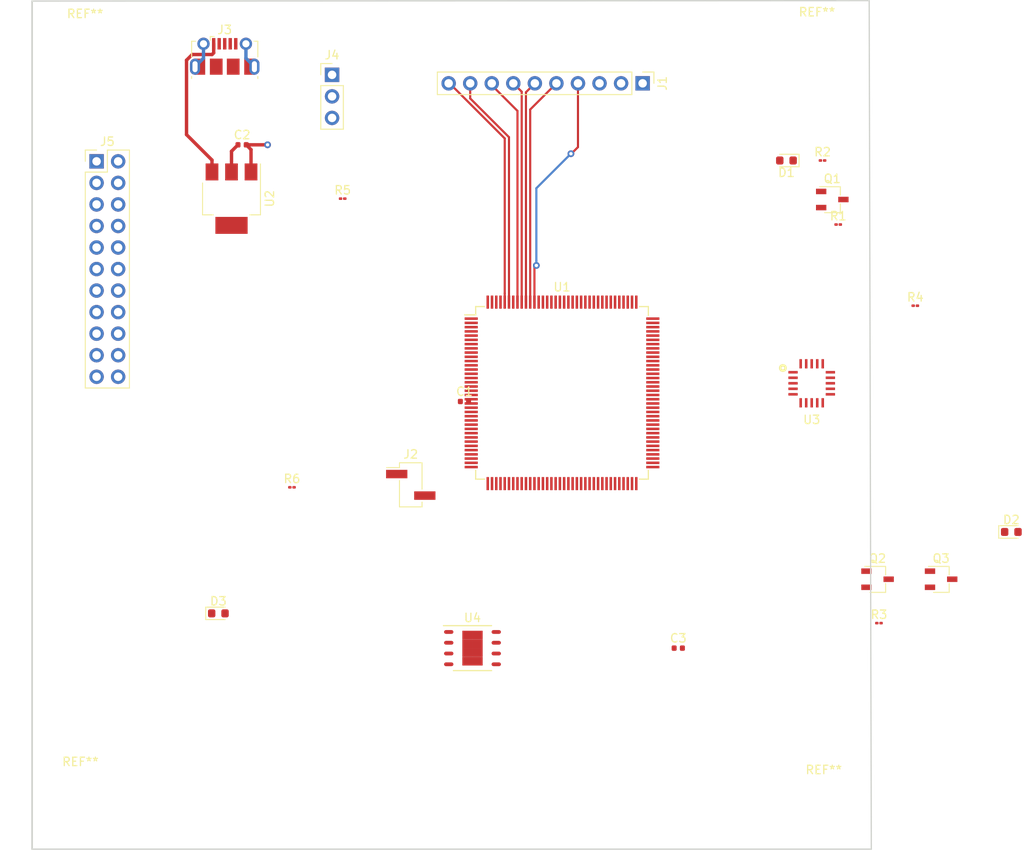
<source format=kicad_pcb>
(kicad_pcb (version 20171130) (host pcbnew "(5.0.2-5)-5")

  (general
    (thickness 1.6)
    (drawings 4)
    (tracks 44)
    (zones 0)
    (modules 28)
    (nets 187)
  )

  (page A4)
  (layers
    (0 F.Cu signal)
    (1 GND.Cu power)
    (2 3V3.Cu power)
    (31 B.Cu signal)
    (33 F.Adhes user)
    (35 F.Paste user)
    (36 B.SilkS user)
    (37 F.SilkS user)
    (38 B.Mask user)
    (39 F.Mask user)
    (40 Dwgs.User user)
    (41 Cmts.User user)
    (42 Eco1.User user)
    (43 Eco2.User user)
    (44 Edge.Cuts user)
    (45 Margin user)
    (46 B.CrtYd user)
    (47 F.CrtYd user)
    (49 F.Fab user)
  )

  (setup
    (last_trace_width 0.25)
    (user_trace_width 0.4)
    (trace_clearance 0.2)
    (zone_clearance 0.508)
    (zone_45_only no)
    (trace_min 0.1)
    (segment_width 0.2)
    (edge_width 0.15)
    (via_size 0.8)
    (via_drill 0.4)
    (via_min_size 0.4)
    (via_min_drill 0.3)
    (uvia_size 0.3)
    (uvia_drill 0.1)
    (uvias_allowed no)
    (uvia_min_size 0.2)
    (uvia_min_drill 0.1)
    (pcb_text_width 0.3)
    (pcb_text_size 1.5 1.5)
    (mod_edge_width 0.15)
    (mod_text_size 1 1)
    (mod_text_width 0.15)
    (pad_size 1.524 1.524)
    (pad_drill 0.762)
    (pad_to_mask_clearance 0.051)
    (solder_mask_min_width 0.25)
    (aux_axis_origin 0 0)
    (visible_elements FFFFFF7F)
    (pcbplotparams
      (layerselection 0x010fc_ffffffff)
      (usegerberextensions false)
      (usegerberattributes false)
      (usegerberadvancedattributes false)
      (creategerberjobfile false)
      (excludeedgelayer true)
      (linewidth 0.100000)
      (plotframeref false)
      (viasonmask false)
      (mode 1)
      (useauxorigin false)
      (hpglpennumber 1)
      (hpglpenspeed 20)
      (hpglpendiameter 15.000000)
      (psnegative false)
      (psa4output false)
      (plotreference true)
      (plotvalue true)
      (plotinvisibletext false)
      (padsonsilk false)
      (subtractmaskfromsilk false)
      (outputformat 1)
      (mirror false)
      (drillshape 1)
      (scaleselection 1)
      (outputdirectory ""))
  )

  (net 0 "")
  (net 1 GND)
  (net 2 "Net-(C1-Pad1)")
  (net 3 3v3_reg)
  (net 4 +3V3)
  (net 5 "Net-(D1-Pad1)")
  (net 6 "Net-(D2-Pad1)")
  (net 7 "Net-(D3-Pad1)")
  (net 8 "Net-(J1-Pad1)")
  (net 9 "Net-(J1-Pad2)")
  (net 10 "Net-(J1-Pad3)")
  (net 11 "Net-(J1-Pad4)")
  (net 12 "Net-(J1-Pad5)")
  (net 13 "Net-(J1-Pad6)")
  (net 14 "Net-(J1-Pad7)")
  (net 15 "Net-(J1-Pad8)")
  (net 16 "Net-(J1-Pad9)")
  (net 17 "Net-(J1-Pad10)")
  (net 18 "Net-(J2-Pad1)")
  (net 19 "Net-(J5-Pad1)")
  (net 20 "Net-(J5-Pad2)")
  (net 21 "Net-(J5-Pad3)")
  (net 22 "Net-(J5-Pad4)")
  (net 23 BP_1)
  (net 24 /Backplane/I2C_SDA)
  (net 25 BP_2)
  (net 26 /Backplane/I2C_SCL)
  (net 27 BP_3)
  (net 28 "Net-(J5-Pad12)")
  (net 29 BP_4)
  (net 30 "Net-(J5-Pad14)")
  (net 31 "Net-(J5-Pad15)")
  (net 32 "Net-(J5-Pad16)")
  (net 33 "Net-(J5-Pad17)")
  (net 34 "Net-(J5-Pad18)")
  (net 35 "Net-(J5-Pad19)")
  (net 36 "Net-(J5-Pad20)")
  (net 37 DBG_1)
  (net 38 "Net-(Q1-Pad1)")
  (net 39 DBG_2)
  (net 40 "Net-(Q2-Pad1)")
  (net 41 "Net-(Q3-Pad1)")
  (net 42 "Net-(U1-Pad1)")
  (net 43 "Net-(U1-Pad2)")
  (net 44 "Net-(U1-Pad3)")
  (net 45 "Net-(U1-Pad4)")
  (net 46 "Net-(U1-Pad5)")
  (net 47 "Net-(U1-Pad6)")
  (net 48 "Net-(U1-Pad7)")
  (net 49 "Net-(U1-Pad8)")
  (net 50 "Net-(U1-Pad9)")
  (net 51 "Net-(U1-Pad14)")
  (net 52 "Net-(U1-Pad15)")
  (net 53 "Net-(U1-Pad16)")
  (net 54 "Net-(U1-Pad17)")
  (net 55 "Net-(U1-Pad18)")
  (net 56 "Net-(U1-Pad19)")
  (net 57 "Net-(U1-Pad20)")
  (net 58 "Net-(U1-Pad21)")
  (net 59 "Net-(U1-Pad22)")
  (net 60 "Net-(U1-Pad23)")
  (net 61 "Net-(U1-Pad24)")
  (net 62 "Net-(U1-Pad25)")
  (net 63 "Net-(U1-Pad26)")
  (net 64 "Net-(U1-Pad27)")
  (net 65 "Net-(U1-Pad28)")
  (net 66 "Net-(U1-Pad29)")
  (net 67 "Net-(U1-Pad30)")
  (net 68 "Net-(U1-Pad31)")
  (net 69 "Net-(U1-Pad32)")
  (net 70 "Net-(U1-Pad33)")
  (net 71 "Net-(U1-Pad34)")
  (net 72 "Net-(U1-Pad35)")
  (net 73 "Net-(U1-Pad36)")
  (net 74 "Net-(U1-Pad37)")
  (net 75 "Net-(U1-Pad38)")
  (net 76 "Net-(U1-Pad39)")
  (net 77 "Net-(U1-Pad40)")
  (net 78 "Net-(U1-Pad43)")
  (net 79 "Net-(U1-Pad44)")
  (net 80 "Net-(U1-Pad49)")
  (net 81 "Net-(U1-Pad50)")
  (net 82 "Net-(U1-Pad51)")
  (net 83 "Net-(U1-Pad52)")
  (net 84 "Net-(U1-Pad53)")
  (net 85 "Net-(U1-Pad54)")
  (net 86 "Net-(U1-Pad55)")
  (net 87 "Net-(U1-Pad56)")
  (net 88 "Net-(U1-Pad57)")
  (net 89 "Net-(U1-Pad58)")
  (net 90 "Net-(U1-Pad59)")
  (net 91 "Net-(U1-Pad60)")
  (net 92 "Net-(U1-Pad61)")
  (net 93 "Net-(U1-Pad62)")
  (net 94 "Net-(U1-Pad63)")
  (net 95 "Net-(U1-Pad64)")
  (net 96 "Net-(U1-Pad65)")
  (net 97 "Net-(U1-Pad66)")
  (net 98 "Net-(U1-Pad67)")
  (net 99 "Net-(U1-Pad68)")
  (net 100 "Net-(U1-Pad69)")
  (net 101 "Net-(U1-Pad70)")
  (net 102 "Net-(U1-Pad71)")
  (net 103 "Net-(U1-Pad72)")
  (net 104 "Net-(U1-Pad73)")
  (net 105 "Net-(U1-Pad74)")
  (net 106 "Net-(U1-Pad75)")
  (net 107 "Net-(U1-Pad76)")
  (net 108 "Net-(U1-Pad77)")
  (net 109 "Net-(U1-Pad78)")
  (net 110 "Net-(U1-Pad79)")
  (net 111 "Net-(U1-Pad80)")
  (net 112 "Net-(U1-Pad81)")
  (net 113 "Net-(U1-Pad82)")
  (net 114 "Net-(U1-Pad83)")
  (net 115 "Net-(U1-Pad84)")
  (net 116 "Net-(U1-Pad85)")
  (net 117 "Net-(U1-Pad86)")
  (net 118 "Net-(U1-Pad87)")
  (net 119 "Net-(U1-Pad88)")
  (net 120 "Net-(U1-Pad89)")
  (net 121 "Net-(U1-Pad90)")
  (net 122 "Net-(U1-Pad91)")
  (net 123 "Net-(U1-Pad92)")
  (net 124 "Net-(U1-Pad93)")
  (net 125 "Net-(U1-Pad94)")
  (net 126 "Net-(U1-Pad95)")
  (net 127 "Net-(U1-Pad96)")
  (net 128 "Net-(U1-Pad97)")
  (net 129 "Net-(U1-Pad98)")
  (net 130 "Net-(U1-Pad99)")
  (net 131 "Net-(U1-Pad100)")
  (net 132 "Net-(U1-Pad101)")
  (net 133 "Net-(U1-Pad102)")
  (net 134 "Net-(U1-Pad103)")
  (net 135 "Net-(U1-Pad104)")
  (net 136 "Net-(U1-Pad105)")
  (net 137 "Net-(U1-Pad106)")
  (net 138 "Net-(U1-Pad107)")
  (net 139 "Net-(U1-Pad108)")
  (net 140 "Net-(U1-Pad109)")
  (net 141 "Net-(U1-Pad110)")
  (net 142 "Net-(U1-Pad111)")
  (net 143 "Net-(U1-Pad112)")
  (net 144 "Net-(U1-Pad113)")
  (net 145 "Net-(U1-Pad114)")
  (net 146 "Net-(U1-Pad115)")
  (net 147 "Net-(U1-Pad116)")
  (net 148 "Net-(U1-Pad117)")
  (net 149 "Net-(U1-Pad118)")
  (net 150 "Net-(U1-Pad119)")
  (net 151 "Net-(U1-Pad120)")
  (net 152 "Net-(U1-Pad121)")
  (net 153 "Net-(U1-Pad122)")
  (net 154 "Net-(U1-Pad123)")
  (net 155 "Net-(U1-Pad124)")
  (net 156 "Net-(U1-Pad125)")
  (net 157 "Net-(U1-Pad128)")
  (net 158 "Net-(U1-Pad129)")
  (net 159 "Net-(U1-Pad130)")
  (net 160 "Net-(U1-Pad131)")
  (net 161 "Net-(U1-Pad132)")
  (net 162 "Net-(U1-Pad138)")
  (net 163 "Net-(U1-Pad141)")
  (net 164 "Net-(U1-Pad142)")
  (net 165 "Net-(U1-Pad143)")
  (net 166 "Net-(U1-Pad144)")
  (net 167 "Net-(J3-Pad1)")
  (net 168 "Net-(U3-Pad1)")
  (net 169 "Net-(U3-Pad15)")
  (net 170 "Net-(U3-Pad2)")
  (net 171 "Net-(U3-Pad3)")
  (net 172 "Net-(U3-Pad13)")
  (net 173 "Net-(U3-Pad4)")
  (net 174 "Net-(U3-Pad5)")
  (net 175 "Net-(U3-Pad20)")
  (net 176 "Net-(U3-Pad19)")
  (net 177 "Net-(U3-Pad18)")
  (net 178 "Net-(U3-Pad6)")
  (net 179 "Net-(U3-Pad7)")
  (net 180 "Net-(U3-Pad8)")
  (net 181 "Net-(U3-Pad9)")
  (net 182 "Net-(U3-Pad10)")
  (net 183 "Net-(J3-Pad2)")
  (net 184 "Net-(J3-Pad4)")
  (net 185 "Net-(J3-Pad3)")
  (net 186 DQ1)

  (net_class Default "This is the default net class."
    (clearance 0.2)
    (trace_width 0.25)
    (via_dia 0.8)
    (via_drill 0.4)
    (uvia_dia 0.3)
    (uvia_drill 0.1)
    (add_net +3V3)
    (add_net /Backplane/I2C_SCL)
    (add_net /Backplane/I2C_SDA)
    (add_net 3v3_reg)
    (add_net BP_1)
    (add_net BP_2)
    (add_net BP_3)
    (add_net BP_4)
    (add_net DBG_1)
    (add_net DBG_2)
    (add_net DQ1)
    (add_net GND)
    (add_net "Net-(C1-Pad1)")
    (add_net "Net-(D1-Pad1)")
    (add_net "Net-(D2-Pad1)")
    (add_net "Net-(D3-Pad1)")
    (add_net "Net-(J1-Pad1)")
    (add_net "Net-(J1-Pad10)")
    (add_net "Net-(J1-Pad2)")
    (add_net "Net-(J1-Pad3)")
    (add_net "Net-(J1-Pad4)")
    (add_net "Net-(J1-Pad5)")
    (add_net "Net-(J1-Pad6)")
    (add_net "Net-(J1-Pad7)")
    (add_net "Net-(J1-Pad8)")
    (add_net "Net-(J1-Pad9)")
    (add_net "Net-(J2-Pad1)")
    (add_net "Net-(J3-Pad1)")
    (add_net "Net-(J3-Pad2)")
    (add_net "Net-(J3-Pad3)")
    (add_net "Net-(J3-Pad4)")
    (add_net "Net-(J5-Pad1)")
    (add_net "Net-(J5-Pad12)")
    (add_net "Net-(J5-Pad14)")
    (add_net "Net-(J5-Pad15)")
    (add_net "Net-(J5-Pad16)")
    (add_net "Net-(J5-Pad17)")
    (add_net "Net-(J5-Pad18)")
    (add_net "Net-(J5-Pad19)")
    (add_net "Net-(J5-Pad2)")
    (add_net "Net-(J5-Pad20)")
    (add_net "Net-(J5-Pad3)")
    (add_net "Net-(J5-Pad4)")
    (add_net "Net-(Q1-Pad1)")
    (add_net "Net-(Q2-Pad1)")
    (add_net "Net-(Q3-Pad1)")
    (add_net "Net-(U1-Pad1)")
    (add_net "Net-(U1-Pad100)")
    (add_net "Net-(U1-Pad101)")
    (add_net "Net-(U1-Pad102)")
    (add_net "Net-(U1-Pad103)")
    (add_net "Net-(U1-Pad104)")
    (add_net "Net-(U1-Pad105)")
    (add_net "Net-(U1-Pad106)")
    (add_net "Net-(U1-Pad107)")
    (add_net "Net-(U1-Pad108)")
    (add_net "Net-(U1-Pad109)")
    (add_net "Net-(U1-Pad110)")
    (add_net "Net-(U1-Pad111)")
    (add_net "Net-(U1-Pad112)")
    (add_net "Net-(U1-Pad113)")
    (add_net "Net-(U1-Pad114)")
    (add_net "Net-(U1-Pad115)")
    (add_net "Net-(U1-Pad116)")
    (add_net "Net-(U1-Pad117)")
    (add_net "Net-(U1-Pad118)")
    (add_net "Net-(U1-Pad119)")
    (add_net "Net-(U1-Pad120)")
    (add_net "Net-(U1-Pad121)")
    (add_net "Net-(U1-Pad122)")
    (add_net "Net-(U1-Pad123)")
    (add_net "Net-(U1-Pad124)")
    (add_net "Net-(U1-Pad125)")
    (add_net "Net-(U1-Pad128)")
    (add_net "Net-(U1-Pad129)")
    (add_net "Net-(U1-Pad130)")
    (add_net "Net-(U1-Pad131)")
    (add_net "Net-(U1-Pad132)")
    (add_net "Net-(U1-Pad138)")
    (add_net "Net-(U1-Pad14)")
    (add_net "Net-(U1-Pad141)")
    (add_net "Net-(U1-Pad142)")
    (add_net "Net-(U1-Pad143)")
    (add_net "Net-(U1-Pad144)")
    (add_net "Net-(U1-Pad15)")
    (add_net "Net-(U1-Pad16)")
    (add_net "Net-(U1-Pad17)")
    (add_net "Net-(U1-Pad18)")
    (add_net "Net-(U1-Pad19)")
    (add_net "Net-(U1-Pad2)")
    (add_net "Net-(U1-Pad20)")
    (add_net "Net-(U1-Pad21)")
    (add_net "Net-(U1-Pad22)")
    (add_net "Net-(U1-Pad23)")
    (add_net "Net-(U1-Pad24)")
    (add_net "Net-(U1-Pad25)")
    (add_net "Net-(U1-Pad26)")
    (add_net "Net-(U1-Pad27)")
    (add_net "Net-(U1-Pad28)")
    (add_net "Net-(U1-Pad29)")
    (add_net "Net-(U1-Pad3)")
    (add_net "Net-(U1-Pad30)")
    (add_net "Net-(U1-Pad31)")
    (add_net "Net-(U1-Pad32)")
    (add_net "Net-(U1-Pad33)")
    (add_net "Net-(U1-Pad34)")
    (add_net "Net-(U1-Pad35)")
    (add_net "Net-(U1-Pad36)")
    (add_net "Net-(U1-Pad37)")
    (add_net "Net-(U1-Pad38)")
    (add_net "Net-(U1-Pad39)")
    (add_net "Net-(U1-Pad4)")
    (add_net "Net-(U1-Pad40)")
    (add_net "Net-(U1-Pad43)")
    (add_net "Net-(U1-Pad44)")
    (add_net "Net-(U1-Pad49)")
    (add_net "Net-(U1-Pad5)")
    (add_net "Net-(U1-Pad50)")
    (add_net "Net-(U1-Pad51)")
    (add_net "Net-(U1-Pad52)")
    (add_net "Net-(U1-Pad53)")
    (add_net "Net-(U1-Pad54)")
    (add_net "Net-(U1-Pad55)")
    (add_net "Net-(U1-Pad56)")
    (add_net "Net-(U1-Pad57)")
    (add_net "Net-(U1-Pad58)")
    (add_net "Net-(U1-Pad59)")
    (add_net "Net-(U1-Pad6)")
    (add_net "Net-(U1-Pad60)")
    (add_net "Net-(U1-Pad61)")
    (add_net "Net-(U1-Pad62)")
    (add_net "Net-(U1-Pad63)")
    (add_net "Net-(U1-Pad64)")
    (add_net "Net-(U1-Pad65)")
    (add_net "Net-(U1-Pad66)")
    (add_net "Net-(U1-Pad67)")
    (add_net "Net-(U1-Pad68)")
    (add_net "Net-(U1-Pad69)")
    (add_net "Net-(U1-Pad7)")
    (add_net "Net-(U1-Pad70)")
    (add_net "Net-(U1-Pad71)")
    (add_net "Net-(U1-Pad72)")
    (add_net "Net-(U1-Pad73)")
    (add_net "Net-(U1-Pad74)")
    (add_net "Net-(U1-Pad75)")
    (add_net "Net-(U1-Pad76)")
    (add_net "Net-(U1-Pad77)")
    (add_net "Net-(U1-Pad78)")
    (add_net "Net-(U1-Pad79)")
    (add_net "Net-(U1-Pad8)")
    (add_net "Net-(U1-Pad80)")
    (add_net "Net-(U1-Pad81)")
    (add_net "Net-(U1-Pad82)")
    (add_net "Net-(U1-Pad83)")
    (add_net "Net-(U1-Pad84)")
    (add_net "Net-(U1-Pad85)")
    (add_net "Net-(U1-Pad86)")
    (add_net "Net-(U1-Pad87)")
    (add_net "Net-(U1-Pad88)")
    (add_net "Net-(U1-Pad89)")
    (add_net "Net-(U1-Pad9)")
    (add_net "Net-(U1-Pad90)")
    (add_net "Net-(U1-Pad91)")
    (add_net "Net-(U1-Pad92)")
    (add_net "Net-(U1-Pad93)")
    (add_net "Net-(U1-Pad94)")
    (add_net "Net-(U1-Pad95)")
    (add_net "Net-(U1-Pad96)")
    (add_net "Net-(U1-Pad97)")
    (add_net "Net-(U1-Pad98)")
    (add_net "Net-(U1-Pad99)")
    (add_net "Net-(U3-Pad1)")
    (add_net "Net-(U3-Pad10)")
    (add_net "Net-(U3-Pad13)")
    (add_net "Net-(U3-Pad15)")
    (add_net "Net-(U3-Pad18)")
    (add_net "Net-(U3-Pad19)")
    (add_net "Net-(U3-Pad2)")
    (add_net "Net-(U3-Pad20)")
    (add_net "Net-(U3-Pad3)")
    (add_net "Net-(U3-Pad4)")
    (add_net "Net-(U3-Pad5)")
    (add_net "Net-(U3-Pad6)")
    (add_net "Net-(U3-Pad7)")
    (add_net "Net-(U3-Pad8)")
    (add_net "Net-(U3-Pad9)")
  )

  (net_class Power ""
    (clearance 0.2)
    (trace_width 0.4)
    (via_dia 0.8)
    (via_drill 0.4)
    (uvia_dia 0.3)
    (uvia_drill 0.1)
  )

  (module Capacitor_SMD:C_0402_1005Metric (layer F.Cu) (tedit 5B301BBE) (tstamp 5DD35069)
    (at 100.955001 77.215001)
    (descr "Capacitor SMD 0402 (1005 Metric), square (rectangular) end terminal, IPC_7351 nominal, (Body size source: http://www.tortai-tech.com/upload/download/2011102023233369053.pdf), generated with kicad-footprint-generator")
    (tags capacitor)
    (path /5DD26E97/5DD222BF)
    (attr smd)
    (fp_text reference C1 (at 0 -1.17) (layer F.SilkS)
      (effects (font (size 1 1) (thickness 0.15)))
    )
    (fp_text value "1 uF" (at 0 1.17) (layer F.Fab)
      (effects (font (size 1 1) (thickness 0.15)))
    )
    (fp_text user %R (at 0 0) (layer F.Fab)
      (effects (font (size 0.25 0.25) (thickness 0.04)))
    )
    (fp_line (start 0.93 0.47) (end -0.93 0.47) (layer F.CrtYd) (width 0.05))
    (fp_line (start 0.93 -0.47) (end 0.93 0.47) (layer F.CrtYd) (width 0.05))
    (fp_line (start -0.93 -0.47) (end 0.93 -0.47) (layer F.CrtYd) (width 0.05))
    (fp_line (start -0.93 0.47) (end -0.93 -0.47) (layer F.CrtYd) (width 0.05))
    (fp_line (start 0.5 0.25) (end -0.5 0.25) (layer F.Fab) (width 0.1))
    (fp_line (start 0.5 -0.25) (end 0.5 0.25) (layer F.Fab) (width 0.1))
    (fp_line (start -0.5 -0.25) (end 0.5 -0.25) (layer F.Fab) (width 0.1))
    (fp_line (start -0.5 0.25) (end -0.5 -0.25) (layer F.Fab) (width 0.1))
    (pad 2 smd roundrect (at 0.485 0) (size 0.59 0.64) (layers F.Cu F.Paste F.Mask) (roundrect_rratio 0.25)
      (net 1 GND))
    (pad 1 smd roundrect (at -0.485 0) (size 0.59 0.64) (layers F.Cu F.Paste F.Mask) (roundrect_rratio 0.25)
      (net 2 "Net-(C1-Pad1)"))
    (model ${KISYS3DMOD}/Capacitor_SMD.3dshapes/C_0402_1005Metric.wrl
      (at (xyz 0 0 0))
      (scale (xyz 1 1 1))
      (rotate (xyz 0 0 0))
    )
  )

  (module Capacitor_SMD:C_0402_1005Metric (layer F.Cu) (tedit 5B301BBE) (tstamp 5DD479DA)
    (at 74.75 46.95)
    (descr "Capacitor SMD 0402 (1005 Metric), square (rectangular) end terminal, IPC_7351 nominal, (Body size source: http://www.tortai-tech.com/upload/download/2011102023233369053.pdf), generated with kicad-footprint-generator")
    (tags capacitor)
    (path /5DD26E97/5DD21E90)
    (attr smd)
    (fp_text reference C2 (at 0 -1.17) (layer F.SilkS)
      (effects (font (size 1 1) (thickness 0.15)))
    )
    (fp_text value 1uF (at 0 1.17) (layer F.Fab)
      (effects (font (size 1 1) (thickness 0.15)))
    )
    (fp_line (start -0.5 0.25) (end -0.5 -0.25) (layer F.Fab) (width 0.1))
    (fp_line (start -0.5 -0.25) (end 0.5 -0.25) (layer F.Fab) (width 0.1))
    (fp_line (start 0.5 -0.25) (end 0.5 0.25) (layer F.Fab) (width 0.1))
    (fp_line (start 0.5 0.25) (end -0.5 0.25) (layer F.Fab) (width 0.1))
    (fp_line (start -0.93 0.47) (end -0.93 -0.47) (layer F.CrtYd) (width 0.05))
    (fp_line (start -0.93 -0.47) (end 0.93 -0.47) (layer F.CrtYd) (width 0.05))
    (fp_line (start 0.93 -0.47) (end 0.93 0.47) (layer F.CrtYd) (width 0.05))
    (fp_line (start 0.93 0.47) (end -0.93 0.47) (layer F.CrtYd) (width 0.05))
    (fp_text user %R (at 0 0) (layer F.Fab)
      (effects (font (size 0.25 0.25) (thickness 0.04)))
    )
    (pad 1 smd roundrect (at -0.485 0) (size 0.59 0.64) (layers F.Cu F.Paste F.Mask) (roundrect_rratio 0.25)
      (net 3 3v3_reg))
    (pad 2 smd roundrect (at 0.485 0) (size 0.59 0.64) (layers F.Cu F.Paste F.Mask) (roundrect_rratio 0.25)
      (net 1 GND))
    (model ${KISYS3DMOD}/Capacitor_SMD.3dshapes/C_0402_1005Metric.wrl
      (at (xyz 0 0 0))
      (scale (xyz 1 1 1))
      (rotate (xyz 0 0 0))
    )
  )

  (module LED_SMD:LED_0603_1608Metric (layer F.Cu) (tedit 5B301BBE) (tstamp 5DD34FD7)
    (at 138.9 48.8 180)
    (descr "LED SMD 0603 (1608 Metric), square (rectangular) end terminal, IPC_7351 nominal, (Body size source: http://www.tortai-tech.com/upload/download/2011102023233369053.pdf), generated with kicad-footprint-generator")
    (tags diode)
    (path /5DD26E44/5DD26A41)
    (attr smd)
    (fp_text reference D1 (at 0 -1.43 180) (layer F.SilkS)
      (effects (font (size 1 1) (thickness 0.15)))
    )
    (fp_text value LED (at 0 1.43 180) (layer F.Fab)
      (effects (font (size 1 1) (thickness 0.15)))
    )
    (fp_text user %R (at 0 0 180) (layer F.Fab)
      (effects (font (size 0.4 0.4) (thickness 0.06)))
    )
    (fp_line (start 1.48 0.73) (end -1.48 0.73) (layer F.CrtYd) (width 0.05))
    (fp_line (start 1.48 -0.73) (end 1.48 0.73) (layer F.CrtYd) (width 0.05))
    (fp_line (start -1.48 -0.73) (end 1.48 -0.73) (layer F.CrtYd) (width 0.05))
    (fp_line (start -1.48 0.73) (end -1.48 -0.73) (layer F.CrtYd) (width 0.05))
    (fp_line (start -1.485 0.735) (end 0.8 0.735) (layer F.SilkS) (width 0.12))
    (fp_line (start -1.485 -0.735) (end -1.485 0.735) (layer F.SilkS) (width 0.12))
    (fp_line (start 0.8 -0.735) (end -1.485 -0.735) (layer F.SilkS) (width 0.12))
    (fp_line (start 0.8 0.4) (end 0.8 -0.4) (layer F.Fab) (width 0.1))
    (fp_line (start -0.8 0.4) (end 0.8 0.4) (layer F.Fab) (width 0.1))
    (fp_line (start -0.8 -0.1) (end -0.8 0.4) (layer F.Fab) (width 0.1))
    (fp_line (start -0.5 -0.4) (end -0.8 -0.1) (layer F.Fab) (width 0.1))
    (fp_line (start 0.8 -0.4) (end -0.5 -0.4) (layer F.Fab) (width 0.1))
    (pad 2 smd roundrect (at 0.7875 0 180) (size 0.875 0.95) (layers F.Cu F.Paste F.Mask) (roundrect_rratio 0.25)
      (net 4 +3V3))
    (pad 1 smd roundrect (at -0.7875 0 180) (size 0.875 0.95) (layers F.Cu F.Paste F.Mask) (roundrect_rratio 0.25)
      (net 5 "Net-(D1-Pad1)"))
    (model ${KISYS3DMOD}/LED_SMD.3dshapes/LED_0603_1608Metric.wrl
      (at (xyz 0 0 0))
      (scale (xyz 1 1 1))
      (rotate (xyz 0 0 0))
    )
  )

  (module LED_SMD:LED_0603_1608Metric (layer F.Cu) (tedit 5B301BBE) (tstamp 5DD35097)
    (at 165.4 92.6)
    (descr "LED SMD 0603 (1608 Metric), square (rectangular) end terminal, IPC_7351 nominal, (Body size source: http://www.tortai-tech.com/upload/download/2011102023233369053.pdf), generated with kicad-footprint-generator")
    (tags diode)
    (path /5DD26E44/5DD249AC)
    (attr smd)
    (fp_text reference D2 (at 0 -1.43) (layer F.SilkS)
      (effects (font (size 1 1) (thickness 0.15)))
    )
    (fp_text value LED (at 0 1.43) (layer F.Fab)
      (effects (font (size 1 1) (thickness 0.15)))
    )
    (fp_line (start 0.8 -0.4) (end -0.5 -0.4) (layer F.Fab) (width 0.1))
    (fp_line (start -0.5 -0.4) (end -0.8 -0.1) (layer F.Fab) (width 0.1))
    (fp_line (start -0.8 -0.1) (end -0.8 0.4) (layer F.Fab) (width 0.1))
    (fp_line (start -0.8 0.4) (end 0.8 0.4) (layer F.Fab) (width 0.1))
    (fp_line (start 0.8 0.4) (end 0.8 -0.4) (layer F.Fab) (width 0.1))
    (fp_line (start 0.8 -0.735) (end -1.485 -0.735) (layer F.SilkS) (width 0.12))
    (fp_line (start -1.485 -0.735) (end -1.485 0.735) (layer F.SilkS) (width 0.12))
    (fp_line (start -1.485 0.735) (end 0.8 0.735) (layer F.SilkS) (width 0.12))
    (fp_line (start -1.48 0.73) (end -1.48 -0.73) (layer F.CrtYd) (width 0.05))
    (fp_line (start -1.48 -0.73) (end 1.48 -0.73) (layer F.CrtYd) (width 0.05))
    (fp_line (start 1.48 -0.73) (end 1.48 0.73) (layer F.CrtYd) (width 0.05))
    (fp_line (start 1.48 0.73) (end -1.48 0.73) (layer F.CrtYd) (width 0.05))
    (fp_text user %R (at 0 0) (layer F.Fab)
      (effects (font (size 0.4 0.4) (thickness 0.06)))
    )
    (pad 1 smd roundrect (at -0.7875 0) (size 0.875 0.95) (layers F.Cu F.Paste F.Mask) (roundrect_rratio 0.25)
      (net 6 "Net-(D2-Pad1)"))
    (pad 2 smd roundrect (at 0.7875 0) (size 0.875 0.95) (layers F.Cu F.Paste F.Mask) (roundrect_rratio 0.25)
      (net 4 +3V3))
    (model ${KISYS3DMOD}/LED_SMD.3dshapes/LED_0603_1608Metric.wrl
      (at (xyz 0 0 0))
      (scale (xyz 1 1 1))
      (rotate (xyz 0 0 0))
    )
  )

  (module LED_SMD:LED_0603_1608Metric (layer F.Cu) (tedit 5B301BBE) (tstamp 5DD34EDE)
    (at 71.95 102.2)
    (descr "LED SMD 0603 (1608 Metric), square (rectangular) end terminal, IPC_7351 nominal, (Body size source: http://www.tortai-tech.com/upload/download/2011102023233369053.pdf), generated with kicad-footprint-generator")
    (tags diode)
    (path /5DD26E97/5DD22091)
    (attr smd)
    (fp_text reference D3 (at 0 -1.43) (layer F.SilkS)
      (effects (font (size 1 1) (thickness 0.15)))
    )
    (fp_text value LED (at 0 1.43) (layer F.Fab)
      (effects (font (size 1 1) (thickness 0.15)))
    )
    (fp_line (start 0.8 -0.4) (end -0.5 -0.4) (layer F.Fab) (width 0.1))
    (fp_line (start -0.5 -0.4) (end -0.8 -0.1) (layer F.Fab) (width 0.1))
    (fp_line (start -0.8 -0.1) (end -0.8 0.4) (layer F.Fab) (width 0.1))
    (fp_line (start -0.8 0.4) (end 0.8 0.4) (layer F.Fab) (width 0.1))
    (fp_line (start 0.8 0.4) (end 0.8 -0.4) (layer F.Fab) (width 0.1))
    (fp_line (start 0.8 -0.735) (end -1.485 -0.735) (layer F.SilkS) (width 0.12))
    (fp_line (start -1.485 -0.735) (end -1.485 0.735) (layer F.SilkS) (width 0.12))
    (fp_line (start -1.485 0.735) (end 0.8 0.735) (layer F.SilkS) (width 0.12))
    (fp_line (start -1.48 0.73) (end -1.48 -0.73) (layer F.CrtYd) (width 0.05))
    (fp_line (start -1.48 -0.73) (end 1.48 -0.73) (layer F.CrtYd) (width 0.05))
    (fp_line (start 1.48 -0.73) (end 1.48 0.73) (layer F.CrtYd) (width 0.05))
    (fp_line (start 1.48 0.73) (end -1.48 0.73) (layer F.CrtYd) (width 0.05))
    (fp_text user %R (at 0.65 -0.95) (layer F.Fab)
      (effects (font (size 0.4 0.4) (thickness 0.06)))
    )
    (pad 1 smd roundrect (at -0.7875 0) (size 0.875 0.95) (layers F.Cu F.Paste F.Mask) (roundrect_rratio 0.25)
      (net 7 "Net-(D3-Pad1)"))
    (pad 2 smd roundrect (at 0.7875 0) (size 0.875 0.95) (layers F.Cu F.Paste F.Mask) (roundrect_rratio 0.25)
      (net 4 +3V3))
    (model ${KISYS3DMOD}/LED_SMD.3dshapes/LED_0603_1608Metric.wrl
      (at (xyz 0 0 0))
      (scale (xyz 1 1 1))
      (rotate (xyz 0 0 0))
    )
  )

  (module Connector_PinHeader_2.54mm:PinHeader_1x02_P2.54mm_Vertical_SMD_Pin1Left (layer F.Cu) (tedit 59FED5CC) (tstamp 5DD34F8D)
    (at 94.625001 87.045001)
    (descr "surface-mounted straight pin header, 1x02, 2.54mm pitch, single row, style 1 (pin 1 left)")
    (tags "Surface mounted pin header SMD 1x02 2.54mm single row style1 pin1 left")
    (path /5DD26E97/5DD2163F)
    (attr smd)
    (fp_text reference J2 (at 0 -3.6) (layer F.SilkS)
      (effects (font (size 1 1) (thickness 0.15)))
    )
    (fp_text value Conn_01x02 (at 0 3.6) (layer F.Fab)
      (effects (font (size 1 1) (thickness 0.15)))
    )
    (fp_line (start 1.27 2.54) (end -1.27 2.54) (layer F.Fab) (width 0.1))
    (fp_line (start -0.32 -2.54) (end 1.27 -2.54) (layer F.Fab) (width 0.1))
    (fp_line (start -1.27 2.54) (end -1.27 -1.59) (layer F.Fab) (width 0.1))
    (fp_line (start -1.27 -1.59) (end -0.32 -2.54) (layer F.Fab) (width 0.1))
    (fp_line (start 1.27 -2.54) (end 1.27 2.54) (layer F.Fab) (width 0.1))
    (fp_line (start -1.27 -1.59) (end -2.54 -1.59) (layer F.Fab) (width 0.1))
    (fp_line (start -2.54 -1.59) (end -2.54 -0.95) (layer F.Fab) (width 0.1))
    (fp_line (start -2.54 -0.95) (end -1.27 -0.95) (layer F.Fab) (width 0.1))
    (fp_line (start 1.27 0.95) (end 2.54 0.95) (layer F.Fab) (width 0.1))
    (fp_line (start 2.54 0.95) (end 2.54 1.59) (layer F.Fab) (width 0.1))
    (fp_line (start 2.54 1.59) (end 1.27 1.59) (layer F.Fab) (width 0.1))
    (fp_line (start -1.33 -2.6) (end 1.33 -2.6) (layer F.SilkS) (width 0.12))
    (fp_line (start -1.33 2.6) (end 1.33 2.6) (layer F.SilkS) (width 0.12))
    (fp_line (start 1.33 -2.6) (end 1.33 0.51) (layer F.SilkS) (width 0.12))
    (fp_line (start -1.33 -2.03) (end -2.85 -2.03) (layer F.SilkS) (width 0.12))
    (fp_line (start -1.33 -2.6) (end -1.33 -2.03) (layer F.SilkS) (width 0.12))
    (fp_line (start 1.33 2.03) (end 1.33 2.6) (layer F.SilkS) (width 0.12))
    (fp_line (start -1.33 -0.51) (end -1.33 2.6) (layer F.SilkS) (width 0.12))
    (fp_line (start -3.45 -3.05) (end -3.45 3.05) (layer F.CrtYd) (width 0.05))
    (fp_line (start -3.45 3.05) (end 3.45 3.05) (layer F.CrtYd) (width 0.05))
    (fp_line (start 3.45 3.05) (end 3.45 -3.05) (layer F.CrtYd) (width 0.05))
    (fp_line (start 3.45 -3.05) (end -3.45 -3.05) (layer F.CrtYd) (width 0.05))
    (fp_text user %R (at 0 0 90) (layer F.Fab)
      (effects (font (size 1 1) (thickness 0.15)))
    )
    (pad 1 smd rect (at -1.655 -1.27) (size 2.51 1) (layers F.Cu F.Paste F.Mask)
      (net 18 "Net-(J2-Pad1)"))
    (pad 2 smd rect (at 1.655 1.27) (size 2.51 1) (layers F.Cu F.Paste F.Mask)
      (net 1 GND))
    (model ${KISYS3DMOD}/Connector_PinHeader_2.54mm.3dshapes/PinHeader_1x02_P2.54mm_Vertical_SMD_Pin1Left.wrl
      (at (xyz 0 0 0))
      (scale (xyz 1 1 1))
      (rotate (xyz 0 0 0))
    )
  )

  (module Connector_PinHeader_2.54mm:PinHeader_2x11_P2.54mm_Vertical (layer F.Cu) (tedit 59FED5CC) (tstamp 5DD3524B)
    (at 57.6 48.9)
    (descr "Through hole straight pin header, 2x11, 2.54mm pitch, double rows")
    (tags "Through hole pin header THT 2x11 2.54mm double row")
    (path /5DD26EE7/5DD1F5A3)
    (fp_text reference J5 (at 1.27 -2.33) (layer F.SilkS)
      (effects (font (size 1 1) (thickness 0.15)))
    )
    (fp_text value Conn_02x11_Odd_Even (at 1.27 27.73) (layer F.Fab)
      (effects (font (size 1 1) (thickness 0.15)))
    )
    (fp_line (start 0 -1.27) (end 3.81 -1.27) (layer F.Fab) (width 0.1))
    (fp_line (start 3.81 -1.27) (end 3.81 26.67) (layer F.Fab) (width 0.1))
    (fp_line (start 3.81 26.67) (end -1.27 26.67) (layer F.Fab) (width 0.1))
    (fp_line (start -1.27 26.67) (end -1.27 0) (layer F.Fab) (width 0.1))
    (fp_line (start -1.27 0) (end 0 -1.27) (layer F.Fab) (width 0.1))
    (fp_line (start -1.33 26.73) (end 3.87 26.73) (layer F.SilkS) (width 0.12))
    (fp_line (start -1.33 1.27) (end -1.33 26.73) (layer F.SilkS) (width 0.12))
    (fp_line (start 3.87 -1.33) (end 3.87 26.73) (layer F.SilkS) (width 0.12))
    (fp_line (start -1.33 1.27) (end 1.27 1.27) (layer F.SilkS) (width 0.12))
    (fp_line (start 1.27 1.27) (end 1.27 -1.33) (layer F.SilkS) (width 0.12))
    (fp_line (start 1.27 -1.33) (end 3.87 -1.33) (layer F.SilkS) (width 0.12))
    (fp_line (start -1.33 0) (end -1.33 -1.33) (layer F.SilkS) (width 0.12))
    (fp_line (start -1.33 -1.33) (end 0 -1.33) (layer F.SilkS) (width 0.12))
    (fp_line (start -1.8 -1.8) (end -1.8 27.2) (layer F.CrtYd) (width 0.05))
    (fp_line (start -1.8 27.2) (end 4.35 27.2) (layer F.CrtYd) (width 0.05))
    (fp_line (start 4.35 27.2) (end 4.35 -1.8) (layer F.CrtYd) (width 0.05))
    (fp_line (start 4.35 -1.8) (end -1.8 -1.8) (layer F.CrtYd) (width 0.05))
    (fp_text user %R (at 1.27 12.7 90) (layer F.Fab)
      (effects (font (size 1 1) (thickness 0.15)))
    )
    (pad 1 thru_hole rect (at 0 0) (size 1.7 1.7) (drill 1) (layers *.Cu *.Mask)
      (net 19 "Net-(J5-Pad1)"))
    (pad 2 thru_hole oval (at 2.54 0) (size 1.7 1.7) (drill 1) (layers *.Cu *.Mask)
      (net 20 "Net-(J5-Pad2)"))
    (pad 3 thru_hole oval (at 0 2.54) (size 1.7 1.7) (drill 1) (layers *.Cu *.Mask)
      (net 21 "Net-(J5-Pad3)"))
    (pad 4 thru_hole oval (at 2.54 2.54) (size 1.7 1.7) (drill 1) (layers *.Cu *.Mask)
      (net 22 "Net-(J5-Pad4)"))
    (pad 5 thru_hole oval (at 0 5.08) (size 1.7 1.7) (drill 1) (layers *.Cu *.Mask)
      (net 4 +3V3))
    (pad 6 thru_hole oval (at 2.54 5.08) (size 1.7 1.7) (drill 1) (layers *.Cu *.Mask)
      (net 4 +3V3))
    (pad 7 thru_hole oval (at 0 7.62) (size 1.7 1.7) (drill 1) (layers *.Cu *.Mask)
      (net 23 BP_1))
    (pad 8 thru_hole oval (at 2.54 7.62) (size 1.7 1.7) (drill 1) (layers *.Cu *.Mask)
      (net 24 /Backplane/I2C_SDA))
    (pad 9 thru_hole oval (at 0 10.16) (size 1.7 1.7) (drill 1) (layers *.Cu *.Mask)
      (net 25 BP_2))
    (pad 10 thru_hole oval (at 2.54 10.16) (size 1.7 1.7) (drill 1) (layers *.Cu *.Mask)
      (net 26 /Backplane/I2C_SCL))
    (pad 11 thru_hole oval (at 0 12.7) (size 1.7 1.7) (drill 1) (layers *.Cu *.Mask)
      (net 27 BP_3))
    (pad 12 thru_hole oval (at 2.54 12.7) (size 1.7 1.7) (drill 1) (layers *.Cu *.Mask)
      (net 28 "Net-(J5-Pad12)"))
    (pad 13 thru_hole oval (at 0 15.24) (size 1.7 1.7) (drill 1) (layers *.Cu *.Mask)
      (net 29 BP_4))
    (pad 14 thru_hole oval (at 2.54 15.24) (size 1.7 1.7) (drill 1) (layers *.Cu *.Mask)
      (net 30 "Net-(J5-Pad14)"))
    (pad 15 thru_hole oval (at 0 17.78) (size 1.7 1.7) (drill 1) (layers *.Cu *.Mask)
      (net 31 "Net-(J5-Pad15)"))
    (pad 16 thru_hole oval (at 2.54 17.78) (size 1.7 1.7) (drill 1) (layers *.Cu *.Mask)
      (net 32 "Net-(J5-Pad16)"))
    (pad 17 thru_hole oval (at 0 20.32) (size 1.7 1.7) (drill 1) (layers *.Cu *.Mask)
      (net 33 "Net-(J5-Pad17)"))
    (pad 18 thru_hole oval (at 2.54 20.32) (size 1.7 1.7) (drill 1) (layers *.Cu *.Mask)
      (net 34 "Net-(J5-Pad18)"))
    (pad 19 thru_hole oval (at 0 22.86) (size 1.7 1.7) (drill 1) (layers *.Cu *.Mask)
      (net 35 "Net-(J5-Pad19)"))
    (pad 20 thru_hole oval (at 2.54 22.86) (size 1.7 1.7) (drill 1) (layers *.Cu *.Mask)
      (net 36 "Net-(J5-Pad20)"))
    (pad 21 thru_hole oval (at 0 25.4) (size 1.7 1.7) (drill 1) (layers *.Cu *.Mask)
      (net 1 GND))
    (pad 22 thru_hole oval (at 2.54 25.4) (size 1.7 1.7) (drill 1) (layers *.Cu *.Mask)
      (net 1 GND))
    (model ${KISYS3DMOD}/Connector_PinHeader_2.54mm.3dshapes/PinHeader_2x11_P2.54mm_Vertical.wrl
      (at (xyz 0 0 0))
      (scale (xyz 1 1 1))
      (rotate (xyz 0 0 0))
    )
  )

  (module Capacitor_SMD:C_01005_0402Metric (layer F.Cu) (tedit 5B301BBE) (tstamp 5DD34F51)
    (at 145 56.35)
    (descr "Capacitor SMD 01005 (0402 Metric), square (rectangular) end terminal, IPC_7351 nominal, (Body size source: http://www.vishay.com/docs/20056/crcw01005e3.pdf), generated with kicad-footprint-generator")
    (tags capacitor)
    (path /5DD26E44/5DD26A6D)
    (attr smd)
    (fp_text reference R1 (at 0 -1) (layer F.SilkS)
      (effects (font (size 1 1) (thickness 0.15)))
    )
    (fp_text value 10k (at 0 1) (layer F.Fab)
      (effects (font (size 1 1) (thickness 0.15)))
    )
    (fp_text user %R (at 0 -0.62) (layer F.Fab)
      (effects (font (size 0.25 0.25) (thickness 0.04)))
    )
    (fp_line (start 0.6 0.3) (end -0.6 0.3) (layer F.CrtYd) (width 0.05))
    (fp_line (start 0.6 -0.3) (end 0.6 0.3) (layer F.CrtYd) (width 0.05))
    (fp_line (start -0.6 -0.3) (end 0.6 -0.3) (layer F.CrtYd) (width 0.05))
    (fp_line (start -0.6 0.3) (end -0.6 -0.3) (layer F.CrtYd) (width 0.05))
    (fp_line (start 0.2 0.1) (end -0.2 0.1) (layer F.Fab) (width 0.1))
    (fp_line (start 0.2 -0.1) (end 0.2 0.1) (layer F.Fab) (width 0.1))
    (fp_line (start -0.2 -0.1) (end 0.2 -0.1) (layer F.Fab) (width 0.1))
    (fp_line (start -0.2 0.1) (end -0.2 -0.1) (layer F.Fab) (width 0.1))
    (pad 2 smd roundrect (at 0.25 0) (size 0.4 0.3) (layers F.Cu F.Mask) (roundrect_rratio 0.25)
      (net 1 GND))
    (pad 1 smd roundrect (at -0.25 0) (size 0.4 0.3) (layers F.Cu F.Mask) (roundrect_rratio 0.25)
      (net 37 DBG_1))
    (pad "" smd roundrect (at 0.275 0) (size 0.27 0.27) (layers F.Paste) (roundrect_rratio 0.25))
    (pad "" smd roundrect (at -0.275 0) (size 0.27 0.27) (layers F.Paste) (roundrect_rratio 0.25))
    (model ${KISYS3DMOD}/Capacitor_SMD.3dshapes/C_01005_0402Metric.wrl
      (at (xyz 0 0 0))
      (scale (xyz 1 1 1))
      (rotate (xyz 0 0 0))
    )
  )

  (module Capacitor_SMD:C_01005_0402Metric (layer F.Cu) (tedit 5B301BBE) (tstamp 5DD350CB)
    (at 143.15 48.8)
    (descr "Capacitor SMD 01005 (0402 Metric), square (rectangular) end terminal, IPC_7351 nominal, (Body size source: http://www.vishay.com/docs/20056/crcw01005e3.pdf), generated with kicad-footprint-generator")
    (tags capacitor)
    (path /5DD26E44/5DD26A48)
    (attr smd)
    (fp_text reference R2 (at 0 -1) (layer F.SilkS)
      (effects (font (size 1 1) (thickness 0.15)))
    )
    (fp_text value 270 (at 0 1) (layer F.Fab)
      (effects (font (size 1 1) (thickness 0.15)))
    )
    (fp_line (start -0.2 0.1) (end -0.2 -0.1) (layer F.Fab) (width 0.1))
    (fp_line (start -0.2 -0.1) (end 0.2 -0.1) (layer F.Fab) (width 0.1))
    (fp_line (start 0.2 -0.1) (end 0.2 0.1) (layer F.Fab) (width 0.1))
    (fp_line (start 0.2 0.1) (end -0.2 0.1) (layer F.Fab) (width 0.1))
    (fp_line (start -0.6 0.3) (end -0.6 -0.3) (layer F.CrtYd) (width 0.05))
    (fp_line (start -0.6 -0.3) (end 0.6 -0.3) (layer F.CrtYd) (width 0.05))
    (fp_line (start 0.6 -0.3) (end 0.6 0.3) (layer F.CrtYd) (width 0.05))
    (fp_line (start 0.6 0.3) (end -0.6 0.3) (layer F.CrtYd) (width 0.05))
    (fp_text user %R (at 0 -0.62) (layer F.Fab)
      (effects (font (size 0.25 0.25) (thickness 0.04)))
    )
    (pad "" smd roundrect (at -0.275 0) (size 0.27 0.27) (layers F.Paste) (roundrect_rratio 0.25))
    (pad "" smd roundrect (at 0.275 0) (size 0.27 0.27) (layers F.Paste) (roundrect_rratio 0.25))
    (pad 1 smd roundrect (at -0.25 0) (size 0.4 0.3) (layers F.Cu F.Mask) (roundrect_rratio 0.25)
      (net 5 "Net-(D1-Pad1)"))
    (pad 2 smd roundrect (at 0.25 0) (size 0.4 0.3) (layers F.Cu F.Mask) (roundrect_rratio 0.25)
      (net 38 "Net-(Q1-Pad1)"))
    (model ${KISYS3DMOD}/Capacitor_SMD.3dshapes/C_01005_0402Metric.wrl
      (at (xyz 0 0 0))
      (scale (xyz 1 1 1))
      (rotate (xyz 0 0 0))
    )
  )

  (module Capacitor_SMD:C_01005_0402Metric (layer F.Cu) (tedit 5B301BBE) (tstamp 5DD351B8)
    (at 149.8 103.35)
    (descr "Capacitor SMD 01005 (0402 Metric), square (rectangular) end terminal, IPC_7351 nominal, (Body size source: http://www.vishay.com/docs/20056/crcw01005e3.pdf), generated with kicad-footprint-generator")
    (tags capacitor)
    (path /5DD26E44/5DD251FF)
    (attr smd)
    (fp_text reference R3 (at 0 -1) (layer F.SilkS)
      (effects (font (size 1 1) (thickness 0.15)))
    )
    (fp_text value 10k (at 0 1) (layer F.Fab)
      (effects (font (size 1 1) (thickness 0.15)))
    )
    (fp_text user %R (at 0 -0.62) (layer F.Fab)
      (effects (font (size 0.25 0.25) (thickness 0.04)))
    )
    (fp_line (start 0.6 0.3) (end -0.6 0.3) (layer F.CrtYd) (width 0.05))
    (fp_line (start 0.6 -0.3) (end 0.6 0.3) (layer F.CrtYd) (width 0.05))
    (fp_line (start -0.6 -0.3) (end 0.6 -0.3) (layer F.CrtYd) (width 0.05))
    (fp_line (start -0.6 0.3) (end -0.6 -0.3) (layer F.CrtYd) (width 0.05))
    (fp_line (start 0.2 0.1) (end -0.2 0.1) (layer F.Fab) (width 0.1))
    (fp_line (start 0.2 -0.1) (end 0.2 0.1) (layer F.Fab) (width 0.1))
    (fp_line (start -0.2 -0.1) (end 0.2 -0.1) (layer F.Fab) (width 0.1))
    (fp_line (start -0.2 0.1) (end -0.2 -0.1) (layer F.Fab) (width 0.1))
    (pad 2 smd roundrect (at 0.25 0) (size 0.4 0.3) (layers F.Cu F.Mask) (roundrect_rratio 0.25)
      (net 1 GND))
    (pad 1 smd roundrect (at -0.25 0) (size 0.4 0.3) (layers F.Cu F.Mask) (roundrect_rratio 0.25)
      (net 39 DBG_2))
    (pad "" smd roundrect (at 0.275 0) (size 0.27 0.27) (layers F.Paste) (roundrect_rratio 0.25))
    (pad "" smd roundrect (at -0.275 0) (size 0.27 0.27) (layers F.Paste) (roundrect_rratio 0.25))
    (model ${KISYS3DMOD}/Capacitor_SMD.3dshapes/C_01005_0402Metric.wrl
      (at (xyz 0 0 0))
      (scale (xyz 1 1 1))
      (rotate (xyz 0 0 0))
    )
  )

  (module Capacitor_SMD:C_01005_0402Metric (layer F.Cu) (tedit 5B301BBE) (tstamp 5DD3503B)
    (at 154.085001 65.925001)
    (descr "Capacitor SMD 01005 (0402 Metric), square (rectangular) end terminal, IPC_7351 nominal, (Body size source: http://www.vishay.com/docs/20056/crcw01005e3.pdf), generated with kicad-footprint-generator")
    (tags capacitor)
    (path /5DD26E44/5DD249B3)
    (attr smd)
    (fp_text reference R4 (at 0 -1) (layer F.SilkS)
      (effects (font (size 1 1) (thickness 0.15)))
    )
    (fp_text value 270 (at 0 1) (layer F.Fab)
      (effects (font (size 1 1) (thickness 0.15)))
    )
    (fp_line (start -0.2 0.1) (end -0.2 -0.1) (layer F.Fab) (width 0.1))
    (fp_line (start -0.2 -0.1) (end 0.2 -0.1) (layer F.Fab) (width 0.1))
    (fp_line (start 0.2 -0.1) (end 0.2 0.1) (layer F.Fab) (width 0.1))
    (fp_line (start 0.2 0.1) (end -0.2 0.1) (layer F.Fab) (width 0.1))
    (fp_line (start -0.6 0.3) (end -0.6 -0.3) (layer F.CrtYd) (width 0.05))
    (fp_line (start -0.6 -0.3) (end 0.6 -0.3) (layer F.CrtYd) (width 0.05))
    (fp_line (start 0.6 -0.3) (end 0.6 0.3) (layer F.CrtYd) (width 0.05))
    (fp_line (start 0.6 0.3) (end -0.6 0.3) (layer F.CrtYd) (width 0.05))
    (fp_text user %R (at 0 -0.62) (layer F.Fab)
      (effects (font (size 0.25 0.25) (thickness 0.04)))
    )
    (pad "" smd roundrect (at -0.275 0) (size 0.27 0.27) (layers F.Paste) (roundrect_rratio 0.25))
    (pad "" smd roundrect (at 0.275 0) (size 0.27 0.27) (layers F.Paste) (roundrect_rratio 0.25))
    (pad 1 smd roundrect (at -0.25 0) (size 0.4 0.3) (layers F.Cu F.Mask) (roundrect_rratio 0.25)
      (net 6 "Net-(D2-Pad1)"))
    (pad 2 smd roundrect (at 0.25 0) (size 0.4 0.3) (layers F.Cu F.Mask) (roundrect_rratio 0.25)
      (net 40 "Net-(Q2-Pad1)"))
    (model ${KISYS3DMOD}/Capacitor_SMD.3dshapes/C_01005_0402Metric.wrl
      (at (xyz 0 0 0))
      (scale (xyz 1 1 1))
      (rotate (xyz 0 0 0))
    )
  )

  (module Capacitor_SMD:C_01005_0402Metric (layer F.Cu) (tedit 5B301BBE) (tstamp 5DD3500B)
    (at 86.6 53.3)
    (descr "Capacitor SMD 01005 (0402 Metric), square (rectangular) end terminal, IPC_7351 nominal, (Body size source: http://www.vishay.com/docs/20056/crcw01005e3.pdf), generated with kicad-footprint-generator")
    (tags capacitor)
    (path /5DD26E97/5DD22336)
    (attr smd)
    (fp_text reference R5 (at 0 -1) (layer F.SilkS)
      (effects (font (size 1 1) (thickness 0.15)))
    )
    (fp_text value 1M (at 0 1) (layer F.Fab)
      (effects (font (size 1 1) (thickness 0.15)))
    )
    (fp_text user %R (at 0 -0.62) (layer F.Fab)
      (effects (font (size 0.25 0.25) (thickness 0.04)))
    )
    (fp_line (start 0.6 0.3) (end -0.6 0.3) (layer F.CrtYd) (width 0.05))
    (fp_line (start 0.6 -0.3) (end 0.6 0.3) (layer F.CrtYd) (width 0.05))
    (fp_line (start -0.6 -0.3) (end 0.6 -0.3) (layer F.CrtYd) (width 0.05))
    (fp_line (start -0.6 0.3) (end -0.6 -0.3) (layer F.CrtYd) (width 0.05))
    (fp_line (start 0.2 0.1) (end -0.2 0.1) (layer F.Fab) (width 0.1))
    (fp_line (start 0.2 -0.1) (end 0.2 0.1) (layer F.Fab) (width 0.1))
    (fp_line (start -0.2 -0.1) (end 0.2 -0.1) (layer F.Fab) (width 0.1))
    (fp_line (start -0.2 0.1) (end -0.2 -0.1) (layer F.Fab) (width 0.1))
    (pad 2 smd roundrect (at 0.25 0) (size 0.4 0.3) (layers F.Cu F.Mask) (roundrect_rratio 0.25)
      (net 1 GND))
    (pad 1 smd roundrect (at -0.25 0) (size 0.4 0.3) (layers F.Cu F.Mask) (roundrect_rratio 0.25)
      (net 2 "Net-(C1-Pad1)"))
    (pad "" smd roundrect (at 0.275 0) (size 0.27 0.27) (layers F.Paste) (roundrect_rratio 0.25))
    (pad "" smd roundrect (at -0.275 0) (size 0.27 0.27) (layers F.Paste) (roundrect_rratio 0.25))
    (model ${KISYS3DMOD}/Capacitor_SMD.3dshapes/C_01005_0402Metric.wrl
      (at (xyz 0 0 0))
      (scale (xyz 1 1 1))
      (rotate (xyz 0 0 0))
    )
  )

  (module Capacitor_SMD:C_01005_0402Metric (layer F.Cu) (tedit 5B301BBE) (tstamp 5DD34AEC)
    (at 80.625001 87.335001)
    (descr "Capacitor SMD 01005 (0402 Metric), square (rectangular) end terminal, IPC_7351 nominal, (Body size source: http://www.vishay.com/docs/20056/crcw01005e3.pdf), generated with kicad-footprint-generator")
    (tags capacitor)
    (path /5DD26E97/5DD22262)
    (attr smd)
    (fp_text reference R6 (at 0 -1) (layer F.SilkS)
      (effects (font (size 1 1) (thickness 0.15)))
    )
    (fp_text value 270 (at 0 1) (layer F.Fab)
      (effects (font (size 1 1) (thickness 0.15)))
    )
    (fp_line (start -0.2 0.1) (end -0.2 -0.1) (layer F.Fab) (width 0.1))
    (fp_line (start -0.2 -0.1) (end 0.2 -0.1) (layer F.Fab) (width 0.1))
    (fp_line (start 0.2 -0.1) (end 0.2 0.1) (layer F.Fab) (width 0.1))
    (fp_line (start 0.2 0.1) (end -0.2 0.1) (layer F.Fab) (width 0.1))
    (fp_line (start -0.6 0.3) (end -0.6 -0.3) (layer F.CrtYd) (width 0.05))
    (fp_line (start -0.6 -0.3) (end 0.6 -0.3) (layer F.CrtYd) (width 0.05))
    (fp_line (start 0.6 -0.3) (end 0.6 0.3) (layer F.CrtYd) (width 0.05))
    (fp_line (start 0.6 0.3) (end -0.6 0.3) (layer F.CrtYd) (width 0.05))
    (fp_text user %R (at 0 -0.62) (layer F.Fab)
      (effects (font (size 0.25 0.25) (thickness 0.04)))
    )
    (pad "" smd roundrect (at -0.275 0) (size 0.27 0.27) (layers F.Paste) (roundrect_rratio 0.25))
    (pad "" smd roundrect (at 0.275 0) (size 0.27 0.27) (layers F.Paste) (roundrect_rratio 0.25))
    (pad 1 smd roundrect (at -0.25 0) (size 0.4 0.3) (layers F.Cu F.Mask) (roundrect_rratio 0.25)
      (net 7 "Net-(D3-Pad1)"))
    (pad 2 smd roundrect (at 0.25 0) (size 0.4 0.3) (layers F.Cu F.Mask) (roundrect_rratio 0.25)
      (net 41 "Net-(Q3-Pad1)"))
    (model ${KISYS3DMOD}/Capacitor_SMD.3dshapes/C_01005_0402Metric.wrl
      (at (xyz 0 0 0))
      (scale (xyz 1 1 1))
      (rotate (xyz 0 0 0))
    )
  )

  (module Package_QFP:LQFP-144_20x20mm_P0.5mm (layer F.Cu) (tedit 5A02F146) (tstamp 5DD34D80)
    (at 112.45 76.2)
    (descr "144-Lead Plastic Low Profile Quad Flatpack (PL) - 20x20x1.40 mm Body [LQFP], 2.00 mm Footprint (see Microchip Packaging Specification 00000049BS.pdf)")
    (tags "QFP 0.5")
    (path /5DD26E44/5DD1EB37)
    (attr smd)
    (fp_text reference U1 (at 0 -12.475) (layer F.SilkS)
      (effects (font (size 1 1) (thickness 0.15)))
    )
    (fp_text value STM32F722ZCTx (at 0 12.475) (layer F.Fab)
      (effects (font (size 1 1) (thickness 0.15)))
    )
    (fp_text user %R (at 0 0) (layer F.Fab)
      (effects (font (size 1 1) (thickness 0.15)))
    )
    (fp_line (start -9 -10) (end 10 -10) (layer F.Fab) (width 0.15))
    (fp_line (start 10 -10) (end 10 10) (layer F.Fab) (width 0.15))
    (fp_line (start 10 10) (end -10 10) (layer F.Fab) (width 0.15))
    (fp_line (start -10 10) (end -10 -9) (layer F.Fab) (width 0.15))
    (fp_line (start -10 -9) (end -9 -10) (layer F.Fab) (width 0.15))
    (fp_line (start -11.75 -11.75) (end -11.75 11.75) (layer F.CrtYd) (width 0.05))
    (fp_line (start 11.75 -11.75) (end 11.75 11.75) (layer F.CrtYd) (width 0.05))
    (fp_line (start -11.75 -11.75) (end 11.75 -11.75) (layer F.CrtYd) (width 0.05))
    (fp_line (start -11.75 11.75) (end 11.75 11.75) (layer F.CrtYd) (width 0.05))
    (fp_line (start -10.175 -10.175) (end -10.175 -9.2) (layer F.SilkS) (width 0.15))
    (fp_line (start 10.175 -10.175) (end 10.175 -9.125) (layer F.SilkS) (width 0.15))
    (fp_line (start 10.175 10.175) (end 10.175 9.125) (layer F.SilkS) (width 0.15))
    (fp_line (start -10.175 10.175) (end -10.175 9.125) (layer F.SilkS) (width 0.15))
    (fp_line (start -10.175 -10.175) (end -9.125 -10.175) (layer F.SilkS) (width 0.15))
    (fp_line (start -10.175 10.175) (end -9.125 10.175) (layer F.SilkS) (width 0.15))
    (fp_line (start 10.175 10.175) (end 9.125 10.175) (layer F.SilkS) (width 0.15))
    (fp_line (start 10.175 -10.175) (end 9.125 -10.175) (layer F.SilkS) (width 0.15))
    (fp_line (start -10.175 -9.2) (end -11.475 -9.2) (layer F.SilkS) (width 0.15))
    (pad 1 smd rect (at -10.7 -8.75) (size 1.55 0.3) (layers F.Cu F.Paste F.Mask)
      (net 42 "Net-(U1-Pad1)"))
    (pad 2 smd rect (at -10.7 -8.25) (size 1.55 0.3) (layers F.Cu F.Paste F.Mask)
      (net 43 "Net-(U1-Pad2)"))
    (pad 3 smd rect (at -10.7 -7.75) (size 1.55 0.3) (layers F.Cu F.Paste F.Mask)
      (net 44 "Net-(U1-Pad3)"))
    (pad 4 smd rect (at -10.7 -7.25) (size 1.55 0.3) (layers F.Cu F.Paste F.Mask)
      (net 45 "Net-(U1-Pad4)"))
    (pad 5 smd rect (at -10.7 -6.75) (size 1.55 0.3) (layers F.Cu F.Paste F.Mask)
      (net 46 "Net-(U1-Pad5)"))
    (pad 6 smd rect (at -10.7 -6.25) (size 1.55 0.3) (layers F.Cu F.Paste F.Mask)
      (net 47 "Net-(U1-Pad6)"))
    (pad 7 smd rect (at -10.7 -5.75) (size 1.55 0.3) (layers F.Cu F.Paste F.Mask)
      (net 48 "Net-(U1-Pad7)"))
    (pad 8 smd rect (at -10.7 -5.25) (size 1.55 0.3) (layers F.Cu F.Paste F.Mask)
      (net 49 "Net-(U1-Pad8)"))
    (pad 9 smd rect (at -10.7 -4.75) (size 1.55 0.3) (layers F.Cu F.Paste F.Mask)
      (net 50 "Net-(U1-Pad9)"))
    (pad 10 smd rect (at -10.7 -4.25) (size 1.55 0.3) (layers F.Cu F.Paste F.Mask)
      (net 23 BP_1))
    (pad 11 smd rect (at -10.7 -3.75) (size 1.55 0.3) (layers F.Cu F.Paste F.Mask)
      (net 25 BP_2))
    (pad 12 smd rect (at -10.7 -3.25) (size 1.55 0.3) (layers F.Cu F.Paste F.Mask)
      (net 27 BP_3))
    (pad 13 smd rect (at -10.7 -2.75) (size 1.55 0.3) (layers F.Cu F.Paste F.Mask)
      (net 29 BP_4))
    (pad 14 smd rect (at -10.7 -2.25) (size 1.55 0.3) (layers F.Cu F.Paste F.Mask)
      (net 51 "Net-(U1-Pad14)"))
    (pad 15 smd rect (at -10.7 -1.75) (size 1.55 0.3) (layers F.Cu F.Paste F.Mask)
      (net 52 "Net-(U1-Pad15)"))
    (pad 16 smd rect (at -10.7 -1.25) (size 1.55 0.3) (layers F.Cu F.Paste F.Mask)
      (net 53 "Net-(U1-Pad16)"))
    (pad 17 smd rect (at -10.7 -0.75) (size 1.55 0.3) (layers F.Cu F.Paste F.Mask)
      (net 54 "Net-(U1-Pad17)"))
    (pad 18 smd rect (at -10.7 -0.25) (size 1.55 0.3) (layers F.Cu F.Paste F.Mask)
      (net 55 "Net-(U1-Pad18)"))
    (pad 19 smd rect (at -10.7 0.25) (size 1.55 0.3) (layers F.Cu F.Paste F.Mask)
      (net 56 "Net-(U1-Pad19)"))
    (pad 20 smd rect (at -10.7 0.75) (size 1.55 0.3) (layers F.Cu F.Paste F.Mask)
      (net 57 "Net-(U1-Pad20)"))
    (pad 21 smd rect (at -10.7 1.25) (size 1.55 0.3) (layers F.Cu F.Paste F.Mask)
      (net 58 "Net-(U1-Pad21)"))
    (pad 22 smd rect (at -10.7 1.75) (size 1.55 0.3) (layers F.Cu F.Paste F.Mask)
      (net 59 "Net-(U1-Pad22)"))
    (pad 23 smd rect (at -10.7 2.25) (size 1.55 0.3) (layers F.Cu F.Paste F.Mask)
      (net 60 "Net-(U1-Pad23)"))
    (pad 24 smd rect (at -10.7 2.75) (size 1.55 0.3) (layers F.Cu F.Paste F.Mask)
      (net 61 "Net-(U1-Pad24)"))
    (pad 25 smd rect (at -10.7 3.25) (size 1.55 0.3) (layers F.Cu F.Paste F.Mask)
      (net 62 "Net-(U1-Pad25)"))
    (pad 26 smd rect (at -10.7 3.75) (size 1.55 0.3) (layers F.Cu F.Paste F.Mask)
      (net 63 "Net-(U1-Pad26)"))
    (pad 27 smd rect (at -10.7 4.25) (size 1.55 0.3) (layers F.Cu F.Paste F.Mask)
      (net 64 "Net-(U1-Pad27)"))
    (pad 28 smd rect (at -10.7 4.75) (size 1.55 0.3) (layers F.Cu F.Paste F.Mask)
      (net 65 "Net-(U1-Pad28)"))
    (pad 29 smd rect (at -10.7 5.25) (size 1.55 0.3) (layers F.Cu F.Paste F.Mask)
      (net 66 "Net-(U1-Pad29)"))
    (pad 30 smd rect (at -10.7 5.75) (size 1.55 0.3) (layers F.Cu F.Paste F.Mask)
      (net 67 "Net-(U1-Pad30)"))
    (pad 31 smd rect (at -10.7 6.25) (size 1.55 0.3) (layers F.Cu F.Paste F.Mask)
      (net 68 "Net-(U1-Pad31)"))
    (pad 32 smd rect (at -10.7 6.75) (size 1.55 0.3) (layers F.Cu F.Paste F.Mask)
      (net 69 "Net-(U1-Pad32)"))
    (pad 33 smd rect (at -10.7 7.25) (size 1.55 0.3) (layers F.Cu F.Paste F.Mask)
      (net 70 "Net-(U1-Pad33)"))
    (pad 34 smd rect (at -10.7 7.75) (size 1.55 0.3) (layers F.Cu F.Paste F.Mask)
      (net 71 "Net-(U1-Pad34)"))
    (pad 35 smd rect (at -10.7 8.25) (size 1.55 0.3) (layers F.Cu F.Paste F.Mask)
      (net 72 "Net-(U1-Pad35)"))
    (pad 36 smd rect (at -10.7 8.75) (size 1.55 0.3) (layers F.Cu F.Paste F.Mask)
      (net 73 "Net-(U1-Pad36)"))
    (pad 37 smd rect (at -8.75 10.7 90) (size 1.55 0.3) (layers F.Cu F.Paste F.Mask)
      (net 74 "Net-(U1-Pad37)"))
    (pad 38 smd rect (at -8.25 10.7 90) (size 1.55 0.3) (layers F.Cu F.Paste F.Mask)
      (net 75 "Net-(U1-Pad38)"))
    (pad 39 smd rect (at -7.75 10.7 90) (size 1.55 0.3) (layers F.Cu F.Paste F.Mask)
      (net 76 "Net-(U1-Pad39)"))
    (pad 40 smd rect (at -7.25 10.7 90) (size 1.55 0.3) (layers F.Cu F.Paste F.Mask)
      (net 77 "Net-(U1-Pad40)"))
    (pad 41 smd rect (at -6.75 10.7 90) (size 1.55 0.3) (layers F.Cu F.Paste F.Mask)
      (net 24 /Backplane/I2C_SDA))
    (pad 42 smd rect (at -6.25 10.7 90) (size 1.55 0.3) (layers F.Cu F.Paste F.Mask)
      (net 26 /Backplane/I2C_SCL))
    (pad 43 smd rect (at -5.75 10.7 90) (size 1.55 0.3) (layers F.Cu F.Paste F.Mask)
      (net 78 "Net-(U1-Pad43)"))
    (pad 44 smd rect (at -5.25 10.7 90) (size 1.55 0.3) (layers F.Cu F.Paste F.Mask)
      (net 79 "Net-(U1-Pad44)"))
    (pad 45 smd rect (at -4.75 10.7 90) (size 1.55 0.3) (layers F.Cu F.Paste F.Mask)
      (net 186 DQ1))
    (pad 46 smd rect (at -4.25 10.7 90) (size 1.55 0.3) (layers F.Cu F.Paste F.Mask)
      (net 8 "Net-(J1-Pad1)"))
    (pad 47 smd rect (at -3.75 10.7 90) (size 1.55 0.3) (layers F.Cu F.Paste F.Mask)
      (net 9 "Net-(J1-Pad2)"))
    (pad 48 smd rect (at -3.25 10.7 90) (size 1.55 0.3) (layers F.Cu F.Paste F.Mask)
      (net 10 "Net-(J1-Pad3)"))
    (pad 49 smd rect (at -2.75 10.7 90) (size 1.55 0.3) (layers F.Cu F.Paste F.Mask)
      (net 80 "Net-(U1-Pad49)"))
    (pad 50 smd rect (at -2.25 10.7 90) (size 1.55 0.3) (layers F.Cu F.Paste F.Mask)
      (net 81 "Net-(U1-Pad50)"))
    (pad 51 smd rect (at -1.75 10.7 90) (size 1.55 0.3) (layers F.Cu F.Paste F.Mask)
      (net 82 "Net-(U1-Pad51)"))
    (pad 52 smd rect (at -1.25 10.7 90) (size 1.55 0.3) (layers F.Cu F.Paste F.Mask)
      (net 83 "Net-(U1-Pad52)"))
    (pad 53 smd rect (at -0.75 10.7 90) (size 1.55 0.3) (layers F.Cu F.Paste F.Mask)
      (net 84 "Net-(U1-Pad53)"))
    (pad 54 smd rect (at -0.25 10.7 90) (size 1.55 0.3) (layers F.Cu F.Paste F.Mask)
      (net 85 "Net-(U1-Pad54)"))
    (pad 55 smd rect (at 0.25 10.7 90) (size 1.55 0.3) (layers F.Cu F.Paste F.Mask)
      (net 86 "Net-(U1-Pad55)"))
    (pad 56 smd rect (at 0.75 10.7 90) (size 1.55 0.3) (layers F.Cu F.Paste F.Mask)
      (net 87 "Net-(U1-Pad56)"))
    (pad 57 smd rect (at 1.25 10.7 90) (size 1.55 0.3) (layers F.Cu F.Paste F.Mask)
      (net 88 "Net-(U1-Pad57)"))
    (pad 58 smd rect (at 1.75 10.7 90) (size 1.55 0.3) (layers F.Cu F.Paste F.Mask)
      (net 89 "Net-(U1-Pad58)"))
    (pad 59 smd rect (at 2.25 10.7 90) (size 1.55 0.3) (layers F.Cu F.Paste F.Mask)
      (net 90 "Net-(U1-Pad59)"))
    (pad 60 smd rect (at 2.75 10.7 90) (size 1.55 0.3) (layers F.Cu F.Paste F.Mask)
      (net 91 "Net-(U1-Pad60)"))
    (pad 61 smd rect (at 3.25 10.7 90) (size 1.55 0.3) (layers F.Cu F.Paste F.Mask)
      (net 92 "Net-(U1-Pad61)"))
    (pad 62 smd rect (at 3.75 10.7 90) (size 1.55 0.3) (layers F.Cu F.Paste F.Mask)
      (net 93 "Net-(U1-Pad62)"))
    (pad 63 smd rect (at 4.25 10.7 90) (size 1.55 0.3) (layers F.Cu F.Paste F.Mask)
      (net 94 "Net-(U1-Pad63)"))
    (pad 64 smd rect (at 4.75 10.7 90) (size 1.55 0.3) (layers F.Cu F.Paste F.Mask)
      (net 95 "Net-(U1-Pad64)"))
    (pad 65 smd rect (at 5.25 10.7 90) (size 1.55 0.3) (layers F.Cu F.Paste F.Mask)
      (net 96 "Net-(U1-Pad65)"))
    (pad 66 smd rect (at 5.75 10.7 90) (size 1.55 0.3) (layers F.Cu F.Paste F.Mask)
      (net 97 "Net-(U1-Pad66)"))
    (pad 67 smd rect (at 6.25 10.7 90) (size 1.55 0.3) (layers F.Cu F.Paste F.Mask)
      (net 98 "Net-(U1-Pad67)"))
    (pad 68 smd rect (at 6.75 10.7 90) (size 1.55 0.3) (layers F.Cu F.Paste F.Mask)
      (net 99 "Net-(U1-Pad68)"))
    (pad 69 smd rect (at 7.25 10.7 90) (size 1.55 0.3) (layers F.Cu F.Paste F.Mask)
      (net 100 "Net-(U1-Pad69)"))
    (pad 70 smd rect (at 7.75 10.7 90) (size 1.55 0.3) (layers F.Cu F.Paste F.Mask)
      (net 101 "Net-(U1-Pad70)"))
    (pad 71 smd rect (at 8.25 10.7 90) (size 1.55 0.3) (layers F.Cu F.Paste F.Mask)
      (net 102 "Net-(U1-Pad71)"))
    (pad 72 smd rect (at 8.75 10.7 90) (size 1.55 0.3) (layers F.Cu F.Paste F.Mask)
      (net 103 "Net-(U1-Pad72)"))
    (pad 73 smd rect (at 10.7 8.75) (size 1.55 0.3) (layers F.Cu F.Paste F.Mask)
      (net 104 "Net-(U1-Pad73)"))
    (pad 74 smd rect (at 10.7 8.25) (size 1.55 0.3) (layers F.Cu F.Paste F.Mask)
      (net 105 "Net-(U1-Pad74)"))
    (pad 75 smd rect (at 10.7 7.75) (size 1.55 0.3) (layers F.Cu F.Paste F.Mask)
      (net 106 "Net-(U1-Pad75)"))
    (pad 76 smd rect (at 10.7 7.25) (size 1.55 0.3) (layers F.Cu F.Paste F.Mask)
      (net 107 "Net-(U1-Pad76)"))
    (pad 77 smd rect (at 10.7 6.75) (size 1.55 0.3) (layers F.Cu F.Paste F.Mask)
      (net 108 "Net-(U1-Pad77)"))
    (pad 78 smd rect (at 10.7 6.25) (size 1.55 0.3) (layers F.Cu F.Paste F.Mask)
      (net 109 "Net-(U1-Pad78)"))
    (pad 79 smd rect (at 10.7 5.75) (size 1.55 0.3) (layers F.Cu F.Paste F.Mask)
      (net 110 "Net-(U1-Pad79)"))
    (pad 80 smd rect (at 10.7 5.25) (size 1.55 0.3) (layers F.Cu F.Paste F.Mask)
      (net 111 "Net-(U1-Pad80)"))
    (pad 81 smd rect (at 10.7 4.75) (size 1.55 0.3) (layers F.Cu F.Paste F.Mask)
      (net 112 "Net-(U1-Pad81)"))
    (pad 82 smd rect (at 10.7 4.25) (size 1.55 0.3) (layers F.Cu F.Paste F.Mask)
      (net 113 "Net-(U1-Pad82)"))
    (pad 83 smd rect (at 10.7 3.75) (size 1.55 0.3) (layers F.Cu F.Paste F.Mask)
      (net 114 "Net-(U1-Pad83)"))
    (pad 84 smd rect (at 10.7 3.25) (size 1.55 0.3) (layers F.Cu F.Paste F.Mask)
      (net 115 "Net-(U1-Pad84)"))
    (pad 85 smd rect (at 10.7 2.75) (size 1.55 0.3) (layers F.Cu F.Paste F.Mask)
      (net 116 "Net-(U1-Pad85)"))
    (pad 86 smd rect (at 10.7 2.25) (size 1.55 0.3) (layers F.Cu F.Paste F.Mask)
      (net 117 "Net-(U1-Pad86)"))
    (pad 87 smd rect (at 10.7 1.75) (size 1.55 0.3) (layers F.Cu F.Paste F.Mask)
      (net 118 "Net-(U1-Pad87)"))
    (pad 88 smd rect (at 10.7 1.25) (size 1.55 0.3) (layers F.Cu F.Paste F.Mask)
      (net 119 "Net-(U1-Pad88)"))
    (pad 89 smd rect (at 10.7 0.75) (size 1.55 0.3) (layers F.Cu F.Paste F.Mask)
      (net 120 "Net-(U1-Pad89)"))
    (pad 90 smd rect (at 10.7 0.25) (size 1.55 0.3) (layers F.Cu F.Paste F.Mask)
      (net 121 "Net-(U1-Pad90)"))
    (pad 91 smd rect (at 10.7 -0.25) (size 1.55 0.3) (layers F.Cu F.Paste F.Mask)
      (net 122 "Net-(U1-Pad91)"))
    (pad 92 smd rect (at 10.7 -0.75) (size 1.55 0.3) (layers F.Cu F.Paste F.Mask)
      (net 123 "Net-(U1-Pad92)"))
    (pad 93 smd rect (at 10.7 -1.25) (size 1.55 0.3) (layers F.Cu F.Paste F.Mask)
      (net 124 "Net-(U1-Pad93)"))
    (pad 94 smd rect (at 10.7 -1.75) (size 1.55 0.3) (layers F.Cu F.Paste F.Mask)
      (net 125 "Net-(U1-Pad94)"))
    (pad 95 smd rect (at 10.7 -2.25) (size 1.55 0.3) (layers F.Cu F.Paste F.Mask)
      (net 126 "Net-(U1-Pad95)"))
    (pad 96 smd rect (at 10.7 -2.75) (size 1.55 0.3) (layers F.Cu F.Paste F.Mask)
      (net 127 "Net-(U1-Pad96)"))
    (pad 97 smd rect (at 10.7 -3.25) (size 1.55 0.3) (layers F.Cu F.Paste F.Mask)
      (net 128 "Net-(U1-Pad97)"))
    (pad 98 smd rect (at 10.7 -3.75) (size 1.55 0.3) (layers F.Cu F.Paste F.Mask)
      (net 129 "Net-(U1-Pad98)"))
    (pad 99 smd rect (at 10.7 -4.25) (size 1.55 0.3) (layers F.Cu F.Paste F.Mask)
      (net 130 "Net-(U1-Pad99)"))
    (pad 100 smd rect (at 10.7 -4.75) (size 1.55 0.3) (layers F.Cu F.Paste F.Mask)
      (net 131 "Net-(U1-Pad100)"))
    (pad 101 smd rect (at 10.7 -5.25) (size 1.55 0.3) (layers F.Cu F.Paste F.Mask)
      (net 132 "Net-(U1-Pad101)"))
    (pad 102 smd rect (at 10.7 -5.75) (size 1.55 0.3) (layers F.Cu F.Paste F.Mask)
      (net 133 "Net-(U1-Pad102)"))
    (pad 103 smd rect (at 10.7 -6.25) (size 1.55 0.3) (layers F.Cu F.Paste F.Mask)
      (net 134 "Net-(U1-Pad103)"))
    (pad 104 smd rect (at 10.7 -6.75) (size 1.55 0.3) (layers F.Cu F.Paste F.Mask)
      (net 135 "Net-(U1-Pad104)"))
    (pad 105 smd rect (at 10.7 -7.25) (size 1.55 0.3) (layers F.Cu F.Paste F.Mask)
      (net 136 "Net-(U1-Pad105)"))
    (pad 106 smd rect (at 10.7 -7.75) (size 1.55 0.3) (layers F.Cu F.Paste F.Mask)
      (net 137 "Net-(U1-Pad106)"))
    (pad 107 smd rect (at 10.7 -8.25) (size 1.55 0.3) (layers F.Cu F.Paste F.Mask)
      (net 138 "Net-(U1-Pad107)"))
    (pad 108 smd rect (at 10.7 -8.75) (size 1.55 0.3) (layers F.Cu F.Paste F.Mask)
      (net 139 "Net-(U1-Pad108)"))
    (pad 109 smd rect (at 8.75 -10.7 90) (size 1.55 0.3) (layers F.Cu F.Paste F.Mask)
      (net 140 "Net-(U1-Pad109)"))
    (pad 110 smd rect (at 8.25 -10.7 90) (size 1.55 0.3) (layers F.Cu F.Paste F.Mask)
      (net 141 "Net-(U1-Pad110)"))
    (pad 111 smd rect (at 7.75 -10.7 90) (size 1.55 0.3) (layers F.Cu F.Paste F.Mask)
      (net 142 "Net-(U1-Pad111)"))
    (pad 112 smd rect (at 7.25 -10.7 90) (size 1.55 0.3) (layers F.Cu F.Paste F.Mask)
      (net 143 "Net-(U1-Pad112)"))
    (pad 113 smd rect (at 6.75 -10.7 90) (size 1.55 0.3) (layers F.Cu F.Paste F.Mask)
      (net 144 "Net-(U1-Pad113)"))
    (pad 114 smd rect (at 6.25 -10.7 90) (size 1.55 0.3) (layers F.Cu F.Paste F.Mask)
      (net 145 "Net-(U1-Pad114)"))
    (pad 115 smd rect (at 5.75 -10.7 90) (size 1.55 0.3) (layers F.Cu F.Paste F.Mask)
      (net 146 "Net-(U1-Pad115)"))
    (pad 116 smd rect (at 5.25 -10.7 90) (size 1.55 0.3) (layers F.Cu F.Paste F.Mask)
      (net 147 "Net-(U1-Pad116)"))
    (pad 117 smd rect (at 4.75 -10.7 90) (size 1.55 0.3) (layers F.Cu F.Paste F.Mask)
      (net 148 "Net-(U1-Pad117)"))
    (pad 118 smd rect (at 4.25 -10.7 90) (size 1.55 0.3) (layers F.Cu F.Paste F.Mask)
      (net 149 "Net-(U1-Pad118)"))
    (pad 119 smd rect (at 3.75 -10.7 90) (size 1.55 0.3) (layers F.Cu F.Paste F.Mask)
      (net 150 "Net-(U1-Pad119)"))
    (pad 120 smd rect (at 3.25 -10.7 90) (size 1.55 0.3) (layers F.Cu F.Paste F.Mask)
      (net 151 "Net-(U1-Pad120)"))
    (pad 121 smd rect (at 2.75 -10.7 90) (size 1.55 0.3) (layers F.Cu F.Paste F.Mask)
      (net 152 "Net-(U1-Pad121)"))
    (pad 122 smd rect (at 2.25 -10.7 90) (size 1.55 0.3) (layers F.Cu F.Paste F.Mask)
      (net 153 "Net-(U1-Pad122)"))
    (pad 123 smd rect (at 1.75 -10.7 90) (size 1.55 0.3) (layers F.Cu F.Paste F.Mask)
      (net 154 "Net-(U1-Pad123)"))
    (pad 124 smd rect (at 1.25 -10.7 90) (size 1.55 0.3) (layers F.Cu F.Paste F.Mask)
      (net 155 "Net-(U1-Pad124)"))
    (pad 125 smd rect (at 0.75 -10.7 90) (size 1.55 0.3) (layers F.Cu F.Paste F.Mask)
      (net 156 "Net-(U1-Pad125)"))
    (pad 126 smd rect (at 0.25 -10.7 90) (size 1.55 0.3) (layers F.Cu F.Paste F.Mask)
      (net 37 DBG_1))
    (pad 127 smd rect (at -0.25 -10.7 90) (size 1.55 0.3) (layers F.Cu F.Paste F.Mask)
      (net 39 DBG_2))
    (pad 128 smd rect (at -0.75 -10.7 90) (size 1.55 0.3) (layers F.Cu F.Paste F.Mask)
      (net 157 "Net-(U1-Pad128)"))
    (pad 129 smd rect (at -1.25 -10.7 90) (size 1.55 0.3) (layers F.Cu F.Paste F.Mask)
      (net 158 "Net-(U1-Pad129)"))
    (pad 130 smd rect (at -1.75 -10.7 90) (size 1.55 0.3) (layers F.Cu F.Paste F.Mask)
      (net 159 "Net-(U1-Pad130)"))
    (pad 131 smd rect (at -2.25 -10.7 90) (size 1.55 0.3) (layers F.Cu F.Paste F.Mask)
      (net 160 "Net-(U1-Pad131)"))
    (pad 132 smd rect (at -2.75 -10.7 90) (size 1.55 0.3) (layers F.Cu F.Paste F.Mask)
      (net 161 "Net-(U1-Pad132)"))
    (pad 133 smd rect (at -3.25 -10.7 90) (size 1.55 0.3) (layers F.Cu F.Paste F.Mask)
      (net 11 "Net-(J1-Pad4)"))
    (pad 134 smd rect (at -3.75 -10.7 90) (size 1.55 0.3) (layers F.Cu F.Paste F.Mask)
      (net 12 "Net-(J1-Pad5)"))
    (pad 135 smd rect (at -4.25 -10.7 90) (size 1.55 0.3) (layers F.Cu F.Paste F.Mask)
      (net 13 "Net-(J1-Pad6)"))
    (pad 136 smd rect (at -4.75 -10.7 90) (size 1.55 0.3) (layers F.Cu F.Paste F.Mask)
      (net 14 "Net-(J1-Pad7)"))
    (pad 137 smd rect (at -5.25 -10.7 90) (size 1.55 0.3) (layers F.Cu F.Paste F.Mask)
      (net 15 "Net-(J1-Pad8)"))
    (pad 138 smd rect (at -5.75 -10.7 90) (size 1.55 0.3) (layers F.Cu F.Paste F.Mask)
      (net 162 "Net-(U1-Pad138)"))
    (pad 139 smd rect (at -6.25 -10.7 90) (size 1.55 0.3) (layers F.Cu F.Paste F.Mask)
      (net 16 "Net-(J1-Pad9)"))
    (pad 140 smd rect (at -6.75 -10.7 90) (size 1.55 0.3) (layers F.Cu F.Paste F.Mask)
      (net 17 "Net-(J1-Pad10)"))
    (pad 141 smd rect (at -7.25 -10.7 90) (size 1.55 0.3) (layers F.Cu F.Paste F.Mask)
      (net 163 "Net-(U1-Pad141)"))
    (pad 142 smd rect (at -7.75 -10.7 90) (size 1.55 0.3) (layers F.Cu F.Paste F.Mask)
      (net 164 "Net-(U1-Pad142)"))
    (pad 143 smd rect (at -8.25 -10.7 90) (size 1.55 0.3) (layers F.Cu F.Paste F.Mask)
      (net 165 "Net-(U1-Pad143)"))
    (pad 144 smd rect (at -8.75 -10.7 90) (size 1.55 0.3) (layers F.Cu F.Paste F.Mask)
      (net 166 "Net-(U1-Pad144)"))
    (model ${KISYS3DMOD}/Package_QFP.3dshapes/LQFP-144_20x20mm_P0.5mm.wrl
      (at (xyz 0 0 0))
      (scale (xyz 1 1 1))
      (rotate (xyz 0 0 0))
    )
  )

  (module Package_TO_SOT_SMD:SOT-223 (layer F.Cu) (tedit 5A02FF57) (tstamp 5DD34F17)
    (at 73.5 53.3 270)
    (descr "module CMS SOT223 4 pins")
    (tags "CMS SOT")
    (path /5DD26E97/5DD21884)
    (attr smd)
    (fp_text reference U2 (at 0 -4.5 270) (layer F.SilkS)
      (effects (font (size 1 1) (thickness 0.15)))
    )
    (fp_text value AZ1117-3.3 (at 0 4.5 270) (layer F.Fab)
      (effects (font (size 1 1) (thickness 0.15)))
    )
    (fp_text user %R (at 0 0) (layer F.Fab)
      (effects (font (size 0.8 0.8) (thickness 0.12)))
    )
    (fp_line (start -1.85 -2.3) (end -0.8 -3.35) (layer F.Fab) (width 0.1))
    (fp_line (start 1.91 3.41) (end 1.91 2.15) (layer F.SilkS) (width 0.12))
    (fp_line (start 1.91 -3.41) (end 1.91 -2.15) (layer F.SilkS) (width 0.12))
    (fp_line (start 4.4 -3.6) (end -4.4 -3.6) (layer F.CrtYd) (width 0.05))
    (fp_line (start 4.4 3.6) (end 4.4 -3.6) (layer F.CrtYd) (width 0.05))
    (fp_line (start -4.4 3.6) (end 4.4 3.6) (layer F.CrtYd) (width 0.05))
    (fp_line (start -4.4 -3.6) (end -4.4 3.6) (layer F.CrtYd) (width 0.05))
    (fp_line (start -1.85 -2.3) (end -1.85 3.35) (layer F.Fab) (width 0.1))
    (fp_line (start -1.85 3.41) (end 1.91 3.41) (layer F.SilkS) (width 0.12))
    (fp_line (start -0.8 -3.35) (end 1.85 -3.35) (layer F.Fab) (width 0.1))
    (fp_line (start -4.1 -3.41) (end 1.91 -3.41) (layer F.SilkS) (width 0.12))
    (fp_line (start -1.85 3.35) (end 1.85 3.35) (layer F.Fab) (width 0.1))
    (fp_line (start 1.85 -3.35) (end 1.85 3.35) (layer F.Fab) (width 0.1))
    (pad 4 smd rect (at 3.15 0 270) (size 2 3.8) (layers F.Cu F.Paste F.Mask))
    (pad 2 smd rect (at -3.15 0 270) (size 2 1.5) (layers F.Cu F.Paste F.Mask)
      (net 3 3v3_reg))
    (pad 3 smd rect (at -3.15 2.3 270) (size 2 1.5) (layers F.Cu F.Paste F.Mask)
      (net 167 "Net-(J3-Pad1)"))
    (pad 1 smd rect (at -3.15 -2.3 270) (size 2 1.5) (layers F.Cu F.Paste F.Mask)
      (net 1 GND))
    (model ${KISYS3DMOD}/Package_TO_SOT_SMD.3dshapes/SOT-223.wrl
      (at (xyz 0 0 0))
      (scale (xyz 1 1 1))
      (rotate (xyz 0 0 0))
    )
  )

  (module aero-footprints:AS7262 (layer F.Cu) (tedit 5DD1E465) (tstamp 5DD351F0)
    (at 141.876229 75.07)
    (path /5DD1E5AF/5DD1E5DD)
    (fp_text reference U3 (at 0 4.3) (layer F.SilkS)
      (effects (font (size 1 1) (thickness 0.15)))
    )
    (fp_text value AS7262 (at 0 -4) (layer F.Fab)
      (effects (font (size 1 1) (thickness 0.15)))
    )
    (fp_circle (center -3.4 -1.8) (end -3.083772 -1.8) (layer F.SilkS) (width 0.3))
    (pad 1 smd rect (at -2.2 -1.3) (size 1.1 0.3) (layers F.Cu F.Paste F.Mask)
      (net 168 "Net-(U3-Pad1)"))
    (pad 15 smd rect (at 2.2 -1.3) (size 1.1 0.3) (layers F.Cu F.Paste F.Mask)
      (net 169 "Net-(U3-Pad15)"))
    (pad 2 smd rect (at -2.2 -0.65) (size 1.1 0.3) (layers F.Cu F.Paste F.Mask)
      (net 170 "Net-(U3-Pad2)"))
    (pad 14 smd rect (at 2.2 -0.65) (size 1.1 0.3) (layers F.Cu F.Paste F.Mask)
      (net 4 +3V3))
    (pad 3 smd rect (at -2.2 0) (size 1.1 0.3) (layers F.Cu F.Paste F.Mask)
      (net 171 "Net-(U3-Pad3)"))
    (pad 13 smd rect (at 2.2 0) (size 1.1 0.3) (layers F.Cu F.Paste F.Mask)
      (net 172 "Net-(U3-Pad13)"))
    (pad 4 smd rect (at -2.2 0.65) (size 1.1 0.3) (layers F.Cu F.Paste F.Mask)
      (net 173 "Net-(U3-Pad4)"))
    (pad 12 smd rect (at 2.2 0.65) (size 1.1 0.3) (layers F.Cu F.Paste F.Mask)
      (net 24 /Backplane/I2C_SDA))
    (pad 5 smd rect (at -2.2 1.3) (size 1.1 0.3) (layers F.Cu F.Paste F.Mask)
      (net 174 "Net-(U3-Pad5)"))
    (pad 11 smd rect (at 2.2 1.3) (size 1.1 0.3) (layers F.Cu F.Paste F.Mask)
      (net 26 /Backplane/I2C_SCL))
    (pad 20 smd rect (at -1.3 -2.3) (size 0.3 1.1) (layers F.Cu F.Paste F.Mask)
      (net 175 "Net-(U3-Pad20)"))
    (pad 19 smd rect (at -0.65 -2.3) (size 0.3 1.1) (layers F.Cu F.Paste F.Mask)
      (net 176 "Net-(U3-Pad19)"))
    (pad 18 smd rect (at 0 -2.3) (size 0.3 1.1) (layers F.Cu F.Paste F.Mask)
      (net 177 "Net-(U3-Pad18)"))
    (pad 17 smd rect (at 0.65 -2.3) (size 0.3 1.1) (layers F.Cu F.Paste F.Mask)
      (net 4 +3V3))
    (pad 16 smd rect (at 1.3 -2.3) (size 0.3 1.1) (layers F.Cu F.Paste F.Mask)
      (net 1 GND))
    (pad 6 smd rect (at -1.3 2.3) (size 0.3 1.1) (layers F.Cu F.Paste F.Mask)
      (net 178 "Net-(U3-Pad6)"))
    (pad 7 smd rect (at -0.65 2.3) (size 0.3 1.1) (layers F.Cu F.Paste F.Mask)
      (net 179 "Net-(U3-Pad7)"))
    (pad 8 smd rect (at 0 2.3) (size 0.3 1.1) (layers F.Cu F.Paste F.Mask)
      (net 180 "Net-(U3-Pad8)"))
    (pad 9 smd rect (at 0.65 2.3) (size 0.3 1.1) (layers F.Cu F.Paste F.Mask)
      (net 181 "Net-(U3-Pad9)"))
    (pad 10 smd rect (at 1.3 2.3) (size 0.3 1.1) (layers F.Cu F.Paste F.Mask)
      (net 182 "Net-(U3-Pad10)"))
  )

  (module Package_TO_SOT_SMD:TSOT-23 (layer F.Cu) (tedit 5A02FF57) (tstamp 5DD34A4B)
    (at 144.3 53.4)
    (descr "3-pin TSOT23 package, http://www.analog.com.tw/pdf/All_In_One.pdf")
    (tags TSOT-23)
    (path /5DD26E44/5DD26A4F)
    (attr smd)
    (fp_text reference Q1 (at 0 -2.45) (layer F.SilkS)
      (effects (font (size 1 1) (thickness 0.15)))
    )
    (fp_text value IRF6655 (at 0 2.5) (layer F.Fab)
      (effects (font (size 1 1) (thickness 0.15)))
    )
    (fp_line (start 2.17 1.7) (end -2.17 1.7) (layer F.CrtYd) (width 0.05))
    (fp_line (start 2.17 1.7) (end 2.17 -1.7) (layer F.CrtYd) (width 0.05))
    (fp_line (start -2.17 -1.7) (end -2.17 1.7) (layer F.CrtYd) (width 0.05))
    (fp_line (start -2.17 -1.7) (end 2.17 -1.7) (layer F.CrtYd) (width 0.05))
    (fp_line (start 0.88 -1.45) (end 0.88 1.45) (layer F.Fab) (width 0.1))
    (fp_line (start 0.88 1.45) (end -0.88 1.45) (layer F.Fab) (width 0.1))
    (fp_line (start -0.88 -1) (end -0.88 1.45) (layer F.Fab) (width 0.1))
    (fp_line (start 0.88 -1.45) (end -0.43 -1.45) (layer F.Fab) (width 0.1))
    (fp_line (start -0.88 -1) (end -0.43 -1.45) (layer F.Fab) (width 0.1))
    (fp_line (start 0.93 -1.51) (end -1.5 -1.51) (layer F.SilkS) (width 0.12))
    (fp_line (start 0.95 -1.5) (end 0.95 -0.5) (layer F.SilkS) (width 0.12))
    (fp_line (start 0.95 1.55) (end -0.9 1.55) (layer F.SilkS) (width 0.12))
    (fp_line (start 0.95 0.5) (end 0.95 1.55) (layer F.SilkS) (width 0.12))
    (fp_text user %R (at -0.395001 -0.575001 90) (layer F.Fab)
      (effects (font (size 0.5 0.5) (thickness 0.075)))
    )
    (pad 3 smd rect (at 1.31 0) (size 1.22 0.65) (layers F.Cu F.Paste F.Mask)
      (net 1 GND))
    (pad 2 smd rect (at -1.31 0.95) (size 1.22 0.65) (layers F.Cu F.Paste F.Mask)
      (net 37 DBG_1))
    (pad 1 smd rect (at -1.31 -0.95) (size 1.22 0.65) (layers F.Cu F.Paste F.Mask)
      (net 38 "Net-(Q1-Pad1)"))
    (model ${KISYS3DMOD}/Package_TO_SOT_SMD.3dshapes/TSOT-23.wrl
      (at (xyz 0 0 0))
      (scale (xyz 1 1 1))
      (rotate (xyz 0 0 0))
    )
  )

  (module Package_TO_SOT_SMD:TSOT-23 (layer F.Cu) (tedit 5A02FF57) (tstamp 5DD34A60)
    (at 149.635001 98.175001)
    (descr "3-pin TSOT23 package, http://www.analog.com.tw/pdf/All_In_One.pdf")
    (tags TSOT-23)
    (path /5DD26E44/5DD249BA)
    (attr smd)
    (fp_text reference Q2 (at 0 -2.45) (layer F.SilkS)
      (effects (font (size 1 1) (thickness 0.15)))
    )
    (fp_text value IRF6655 (at 0 2.5) (layer F.Fab)
      (effects (font (size 1 1) (thickness 0.15)))
    )
    (fp_text user %R (at 0 0 90) (layer F.Fab)
      (effects (font (size 0.5 0.5) (thickness 0.075)))
    )
    (fp_line (start 0.95 0.5) (end 0.95 1.55) (layer F.SilkS) (width 0.12))
    (fp_line (start 0.95 1.55) (end -0.9 1.55) (layer F.SilkS) (width 0.12))
    (fp_line (start 0.95 -1.5) (end 0.95 -0.5) (layer F.SilkS) (width 0.12))
    (fp_line (start 0.93 -1.51) (end -1.5 -1.51) (layer F.SilkS) (width 0.12))
    (fp_line (start -0.88 -1) (end -0.43 -1.45) (layer F.Fab) (width 0.1))
    (fp_line (start 0.88 -1.45) (end -0.43 -1.45) (layer F.Fab) (width 0.1))
    (fp_line (start -0.88 -1) (end -0.88 1.45) (layer F.Fab) (width 0.1))
    (fp_line (start 0.88 1.45) (end -0.88 1.45) (layer F.Fab) (width 0.1))
    (fp_line (start 0.88 -1.45) (end 0.88 1.45) (layer F.Fab) (width 0.1))
    (fp_line (start -2.17 -1.7) (end 2.17 -1.7) (layer F.CrtYd) (width 0.05))
    (fp_line (start -2.17 -1.7) (end -2.17 1.7) (layer F.CrtYd) (width 0.05))
    (fp_line (start 2.17 1.7) (end 2.17 -1.7) (layer F.CrtYd) (width 0.05))
    (fp_line (start 2.17 1.7) (end -2.17 1.7) (layer F.CrtYd) (width 0.05))
    (pad 1 smd rect (at -1.31 -0.95) (size 1.22 0.65) (layers F.Cu F.Paste F.Mask)
      (net 40 "Net-(Q2-Pad1)"))
    (pad 2 smd rect (at -1.31 0.95) (size 1.22 0.65) (layers F.Cu F.Paste F.Mask)
      (net 39 DBG_2))
    (pad 3 smd rect (at 1.31 0) (size 1.22 0.65) (layers F.Cu F.Paste F.Mask)
      (net 1 GND))
    (model ${KISYS3DMOD}/Package_TO_SOT_SMD.3dshapes/TSOT-23.wrl
      (at (xyz 0 0 0))
      (scale (xyz 1 1 1))
      (rotate (xyz 0 0 0))
    )
  )

  (module Package_TO_SOT_SMD:TSOT-23 (layer F.Cu) (tedit 5A02FF57) (tstamp 5DD34A75)
    (at 157.125001 98.175001)
    (descr "3-pin TSOT23 package, http://www.analog.com.tw/pdf/All_In_One.pdf")
    (tags TSOT-23)
    (path /5DD26E97/5DD21C0C)
    (attr smd)
    (fp_text reference Q3 (at 0 -2.45) (layer F.SilkS)
      (effects (font (size 1 1) (thickness 0.15)))
    )
    (fp_text value IRF6655 (at 0 2.5) (layer F.Fab)
      (effects (font (size 1 1) (thickness 0.15)))
    )
    (fp_text user %R (at 0 0 90) (layer F.Fab)
      (effects (font (size 0.5 0.5) (thickness 0.075)))
    )
    (fp_line (start 0.95 0.5) (end 0.95 1.55) (layer F.SilkS) (width 0.12))
    (fp_line (start 0.95 1.55) (end -0.9 1.55) (layer F.SilkS) (width 0.12))
    (fp_line (start 0.95 -1.5) (end 0.95 -0.5) (layer F.SilkS) (width 0.12))
    (fp_line (start 0.93 -1.51) (end -1.5 -1.51) (layer F.SilkS) (width 0.12))
    (fp_line (start -0.88 -1) (end -0.43 -1.45) (layer F.Fab) (width 0.1))
    (fp_line (start 0.88 -1.45) (end -0.43 -1.45) (layer F.Fab) (width 0.1))
    (fp_line (start -0.88 -1) (end -0.88 1.45) (layer F.Fab) (width 0.1))
    (fp_line (start 0.88 1.45) (end -0.88 1.45) (layer F.Fab) (width 0.1))
    (fp_line (start 0.88 -1.45) (end 0.88 1.45) (layer F.Fab) (width 0.1))
    (fp_line (start -2.17 -1.7) (end 2.17 -1.7) (layer F.CrtYd) (width 0.05))
    (fp_line (start -2.17 -1.7) (end -2.17 1.7) (layer F.CrtYd) (width 0.05))
    (fp_line (start 2.17 1.7) (end 2.17 -1.7) (layer F.CrtYd) (width 0.05))
    (fp_line (start 2.17 1.7) (end -2.17 1.7) (layer F.CrtYd) (width 0.05))
    (pad 1 smd rect (at -1.31 -0.95) (size 1.22 0.65) (layers F.Cu F.Paste F.Mask)
      (net 41 "Net-(Q3-Pad1)"))
    (pad 2 smd rect (at -1.31 0.95) (size 1.22 0.65) (layers F.Cu F.Paste F.Mask)
      (net 4 +3V3))
    (pad 3 smd rect (at 1.31 0) (size 1.22 0.65) (layers F.Cu F.Paste F.Mask)
      (net 1 GND))
    (model ${KISYS3DMOD}/Package_TO_SOT_SMD.3dshapes/TSOT-23.wrl
      (at (xyz 0 0 0))
      (scale (xyz 1 1 1))
      (rotate (xyz 0 0 0))
    )
  )

  (module Connector_PinHeader_2.54mm:PinHeader_1x10_P2.54mm_Vertical (layer F.Cu) (tedit 59FED5CC) (tstamp 5DD35EBA)
    (at 121.95 39.7 270)
    (descr "Through hole straight pin header, 1x10, 2.54mm pitch, single row")
    (tags "Through hole pin header THT 1x10 2.54mm single row")
    (path /5DD26E44/5DD1EBB1)
    (fp_text reference J1 (at 0 -2.33 270) (layer F.SilkS)
      (effects (font (size 1 1) (thickness 0.15)))
    )
    (fp_text value Conn_01x10 (at 0 25.19 270) (layer F.Fab)
      (effects (font (size 1 1) (thickness 0.15)))
    )
    (fp_line (start -0.635 -1.27) (end 1.27 -1.27) (layer F.Fab) (width 0.1))
    (fp_line (start 1.27 -1.27) (end 1.27 24.13) (layer F.Fab) (width 0.1))
    (fp_line (start 1.27 24.13) (end -1.27 24.13) (layer F.Fab) (width 0.1))
    (fp_line (start -1.27 24.13) (end -1.27 -0.635) (layer F.Fab) (width 0.1))
    (fp_line (start -1.27 -0.635) (end -0.635 -1.27) (layer F.Fab) (width 0.1))
    (fp_line (start -1.33 24.19) (end 1.33 24.19) (layer F.SilkS) (width 0.12))
    (fp_line (start -1.33 1.27) (end -1.33 24.19) (layer F.SilkS) (width 0.12))
    (fp_line (start 1.33 1.27) (end 1.33 24.19) (layer F.SilkS) (width 0.12))
    (fp_line (start -1.33 1.27) (end 1.33 1.27) (layer F.SilkS) (width 0.12))
    (fp_line (start -1.33 0) (end -1.33 -1.33) (layer F.SilkS) (width 0.12))
    (fp_line (start -1.33 -1.33) (end 0 -1.33) (layer F.SilkS) (width 0.12))
    (fp_line (start -1.8 -1.8) (end -1.8 24.65) (layer F.CrtYd) (width 0.05))
    (fp_line (start -1.8 24.65) (end 1.8 24.65) (layer F.CrtYd) (width 0.05))
    (fp_line (start 1.8 24.65) (end 1.8 -1.8) (layer F.CrtYd) (width 0.05))
    (fp_line (start 1.8 -1.8) (end -1.8 -1.8) (layer F.CrtYd) (width 0.05))
    (fp_text user %R (at 0 11.43) (layer F.Fab)
      (effects (font (size 1 1) (thickness 0.15)))
    )
    (pad 1 thru_hole rect (at 0 0 270) (size 1.7 1.7) (drill 1) (layers *.Cu *.Mask)
      (net 8 "Net-(J1-Pad1)"))
    (pad 2 thru_hole oval (at 0 2.54 270) (size 1.7 1.7) (drill 1) (layers *.Cu *.Mask)
      (net 9 "Net-(J1-Pad2)"))
    (pad 3 thru_hole oval (at 0 5.08 270) (size 1.7 1.7) (drill 1) (layers *.Cu *.Mask)
      (net 10 "Net-(J1-Pad3)"))
    (pad 4 thru_hole oval (at 0 7.62 270) (size 1.7 1.7) (drill 1) (layers *.Cu *.Mask)
      (net 11 "Net-(J1-Pad4)"))
    (pad 5 thru_hole oval (at 0 10.16 270) (size 1.7 1.7) (drill 1) (layers *.Cu *.Mask)
      (net 12 "Net-(J1-Pad5)"))
    (pad 6 thru_hole oval (at 0 12.7 270) (size 1.7 1.7) (drill 1) (layers *.Cu *.Mask)
      (net 13 "Net-(J1-Pad6)"))
    (pad 7 thru_hole oval (at 0 15.24 270) (size 1.7 1.7) (drill 1) (layers *.Cu *.Mask)
      (net 14 "Net-(J1-Pad7)"))
    (pad 8 thru_hole oval (at 0 17.78 270) (size 1.7 1.7) (drill 1) (layers *.Cu *.Mask)
      (net 15 "Net-(J1-Pad8)"))
    (pad 9 thru_hole oval (at 0 20.32 270) (size 1.7 1.7) (drill 1) (layers *.Cu *.Mask)
      (net 16 "Net-(J1-Pad9)"))
    (pad 10 thru_hole oval (at 0 22.86 270) (size 1.7 1.7) (drill 1) (layers *.Cu *.Mask)
      (net 17 "Net-(J1-Pad10)"))
    (model ${KISYS3DMOD}/Connector_PinHeader_2.54mm.3dshapes/PinHeader_1x10_P2.54mm_Vertical.wrl
      (at (xyz 0 0 0))
      (scale (xyz 1 1 1))
      (rotate (xyz 0 0 0))
    )
  )

  (module Connector_USB:USB_Micro-B_Molex-105017-0001 (layer F.Cu) (tedit 5A1DC0BE) (tstamp 5DD472CB)
    (at 72.7 36.5)
    (descr http://www.molex.com/pdm_docs/sd/1050170001_sd.pdf)
    (tags "Micro-USB SMD Typ-B")
    (path /5DD26E97/5DD21963)
    (attr smd)
    (fp_text reference J3 (at 0 -3.1125) (layer F.SilkS)
      (effects (font (size 1 1) (thickness 0.15)))
    )
    (fp_text value USB_B_Micro (at 0.3 4.3375) (layer F.Fab)
      (effects (font (size 1 1) (thickness 0.15)))
    )
    (fp_text user "PCB Edge" (at 0 2.6875) (layer Dwgs.User)
      (effects (font (size 0.5 0.5) (thickness 0.08)))
    )
    (fp_text user %R (at 0 0.8875) (layer F.Fab)
      (effects (font (size 1 1) (thickness 0.15)))
    )
    (fp_line (start -4.4 3.64) (end 4.4 3.64) (layer F.CrtYd) (width 0.05))
    (fp_line (start 4.4 -2.46) (end 4.4 3.64) (layer F.CrtYd) (width 0.05))
    (fp_line (start -4.4 -2.46) (end 4.4 -2.46) (layer F.CrtYd) (width 0.05))
    (fp_line (start -4.4 3.64) (end -4.4 -2.46) (layer F.CrtYd) (width 0.05))
    (fp_line (start -3.9 -1.7625) (end -3.45 -1.7625) (layer F.SilkS) (width 0.12))
    (fp_line (start -3.9 0.0875) (end -3.9 -1.7625) (layer F.SilkS) (width 0.12))
    (fp_line (start 3.9 2.6375) (end 3.9 2.3875) (layer F.SilkS) (width 0.12))
    (fp_line (start 3.75 3.3875) (end 3.75 -1.6125) (layer F.Fab) (width 0.1))
    (fp_line (start -3 2.689204) (end 3 2.689204) (layer F.Fab) (width 0.1))
    (fp_line (start -3.75 3.389204) (end 3.75 3.389204) (layer F.Fab) (width 0.1))
    (fp_line (start -3.75 -1.6125) (end 3.75 -1.6125) (layer F.Fab) (width 0.1))
    (fp_line (start -3.75 3.3875) (end -3.75 -1.6125) (layer F.Fab) (width 0.1))
    (fp_line (start -3.9 2.6375) (end -3.9 2.3875) (layer F.SilkS) (width 0.12))
    (fp_line (start 3.9 0.0875) (end 3.9 -1.7625) (layer F.SilkS) (width 0.12))
    (fp_line (start 3.9 -1.7625) (end 3.45 -1.7625) (layer F.SilkS) (width 0.12))
    (fp_line (start -1.7 -2.3125) (end -1.25 -2.3125) (layer F.SilkS) (width 0.12))
    (fp_line (start -1.7 -2.3125) (end -1.7 -1.8625) (layer F.SilkS) (width 0.12))
    (fp_line (start -1.3 -1.7125) (end -1.5 -1.9125) (layer F.Fab) (width 0.1))
    (fp_line (start -1.1 -1.9125) (end -1.3 -1.7125) (layer F.Fab) (width 0.1))
    (fp_line (start -1.5 -2.1225) (end -1.1 -2.1225) (layer F.Fab) (width 0.1))
    (fp_line (start -1.5 -2.1225) (end -1.5 -1.9125) (layer F.Fab) (width 0.1))
    (fp_line (start -1.1 -2.1225) (end -1.1 -1.9125) (layer F.Fab) (width 0.1))
    (pad 6 smd rect (at 1 1.2375) (size 1.5 1.9) (layers F.Cu F.Paste F.Mask)
      (net 2 "Net-(C1-Pad1)"))
    (pad 6 thru_hole circle (at -2.5 -1.4625) (size 1.45 1.45) (drill 0.85) (layers *.Cu *.Mask)
      (net 2 "Net-(C1-Pad1)"))
    (pad 2 smd rect (at -0.65 -1.4625) (size 0.4 1.35) (layers F.Cu F.Paste F.Mask)
      (net 183 "Net-(J3-Pad2)"))
    (pad 1 smd rect (at -1.3 -1.4625) (size 0.4 1.35) (layers F.Cu F.Paste F.Mask)
      (net 167 "Net-(J3-Pad1)"))
    (pad 5 smd rect (at 1.3 -1.4625) (size 0.4 1.35) (layers F.Cu F.Paste F.Mask)
      (net 1 GND))
    (pad 4 smd rect (at 0.65 -1.4625) (size 0.4 1.35) (layers F.Cu F.Paste F.Mask)
      (net 184 "Net-(J3-Pad4)"))
    (pad 3 smd rect (at 0 -1.4625) (size 0.4 1.35) (layers F.Cu F.Paste F.Mask)
      (net 185 "Net-(J3-Pad3)"))
    (pad 6 thru_hole circle (at 2.5 -1.4625) (size 1.45 1.45) (drill 0.85) (layers *.Cu *.Mask)
      (net 2 "Net-(C1-Pad1)"))
    (pad 6 smd rect (at -1 1.2375) (size 1.5 1.9) (layers F.Cu F.Paste F.Mask)
      (net 2 "Net-(C1-Pad1)"))
    (pad 6 thru_hole oval (at -3.5 1.2375 180) (size 1.2 1.9) (drill oval 0.6 1.3) (layers *.Cu *.Mask)
      (net 2 "Net-(C1-Pad1)"))
    (pad 6 thru_hole oval (at 3.5 1.2375) (size 1.2 1.9) (drill oval 0.6 1.3) (layers *.Cu *.Mask)
      (net 2 "Net-(C1-Pad1)"))
    (pad 6 smd rect (at 2.9 1.2375) (size 1.2 1.9) (layers F.Cu F.Mask)
      (net 2 "Net-(C1-Pad1)"))
    (pad 6 smd rect (at -2.9 1.2375) (size 1.2 1.9) (layers F.Cu F.Mask)
      (net 2 "Net-(C1-Pad1)"))
    (model ${KISYS3DMOD}/Connector_USB.3dshapes/USB_Micro-B_Molex-105017-0001.wrl
      (at (xyz 0 0 0))
      (scale (xyz 1 1 1))
      (rotate (xyz 0 0 0))
    )
  )

  (module Connector_PinHeader_2.54mm:PinHeader_1x03_P2.54mm_Vertical (layer F.Cu) (tedit 59FED5CC) (tstamp 5DD47389)
    (at 85.35 38.7)
    (descr "Through hole straight pin header, 1x03, 2.54mm pitch, single row")
    (tags "Through hole pin header THT 1x03 2.54mm single row")
    (path /5DD26E97/5DD21577)
    (fp_text reference J4 (at 0 -2.33) (layer F.SilkS)
      (effects (font (size 1 1) (thickness 0.15)))
    )
    (fp_text value Conn_01x03 (at 0 7.41) (layer F.Fab)
      (effects (font (size 1 1) (thickness 0.15)))
    )
    (fp_line (start -0.635 -1.27) (end 1.27 -1.27) (layer F.Fab) (width 0.1))
    (fp_line (start 1.27 -1.27) (end 1.27 6.35) (layer F.Fab) (width 0.1))
    (fp_line (start 1.27 6.35) (end -1.27 6.35) (layer F.Fab) (width 0.1))
    (fp_line (start -1.27 6.35) (end -1.27 -0.635) (layer F.Fab) (width 0.1))
    (fp_line (start -1.27 -0.635) (end -0.635 -1.27) (layer F.Fab) (width 0.1))
    (fp_line (start -1.33 6.41) (end 1.33 6.41) (layer F.SilkS) (width 0.12))
    (fp_line (start -1.33 1.27) (end -1.33 6.41) (layer F.SilkS) (width 0.12))
    (fp_line (start 1.33 1.27) (end 1.33 6.41) (layer F.SilkS) (width 0.12))
    (fp_line (start -1.33 1.27) (end 1.33 1.27) (layer F.SilkS) (width 0.12))
    (fp_line (start -1.33 0) (end -1.33 -1.33) (layer F.SilkS) (width 0.12))
    (fp_line (start -1.33 -1.33) (end 0 -1.33) (layer F.SilkS) (width 0.12))
    (fp_line (start -1.8 -1.8) (end -1.8 6.85) (layer F.CrtYd) (width 0.05))
    (fp_line (start -1.8 6.85) (end 1.8 6.85) (layer F.CrtYd) (width 0.05))
    (fp_line (start 1.8 6.85) (end 1.8 -1.8) (layer F.CrtYd) (width 0.05))
    (fp_line (start 1.8 -1.8) (end -1.8 -1.8) (layer F.CrtYd) (width 0.05))
    (fp_text user %R (at 0 2.54 90) (layer F.Fab)
      (effects (font (size 1 1) (thickness 0.15)))
    )
    (pad 1 thru_hole rect (at 0 0) (size 1.7 1.7) (drill 1) (layers *.Cu *.Mask)
      (net 3 3v3_reg))
    (pad 2 thru_hole oval (at 0 2.54) (size 1.7 1.7) (drill 1) (layers *.Cu *.Mask)
      (net 4 +3V3))
    (pad 3 thru_hole oval (at 0 5.08) (size 1.7 1.7) (drill 1) (layers *.Cu *.Mask)
      (net 18 "Net-(J2-Pad1)"))
    (model ${KISYS3DMOD}/Connector_PinHeader_2.54mm.3dshapes/PinHeader_1x03_P2.54mm_Vertical.wrl
      (at (xyz 0 0 0))
      (scale (xyz 1 1 1))
      (rotate (xyz 0 0 0))
    )
  )

  (module MountingHole:MountingHole_3.2mm_M3 (layer F.Cu) (tedit 56D1B4CB) (tstamp 5DD47E80)
    (at 142.5 35.5)
    (descr "Mounting Hole 3.2mm, no annular, M3")
    (tags "mounting hole 3.2mm no annular m3")
    (attr virtual)
    (fp_text reference REF** (at 0 -4.2) (layer F.SilkS)
      (effects (font (size 1 1) (thickness 0.15)))
    )
    (fp_text value MountingHole_3.2mm_M3 (at 0 4.2) (layer F.Fab)
      (effects (font (size 1 1) (thickness 0.15)))
    )
    (fp_circle (center 0 0) (end 3.45 0) (layer F.CrtYd) (width 0.05))
    (fp_circle (center 0 0) (end 3.2 0) (layer Cmts.User) (width 0.15))
    (fp_text user %R (at 0.3 0) (layer F.Fab)
      (effects (font (size 1 1) (thickness 0.15)))
    )
    (pad 1 np_thru_hole circle (at 0 0) (size 3.2 3.2) (drill 3.2) (layers *.Cu *.Mask))
  )

  (module MountingHole:MountingHole_3.2mm_M3 (layer F.Cu) (tedit 56D1B4CB) (tstamp 5DD47E8F)
    (at 143.3 124.85)
    (descr "Mounting Hole 3.2mm, no annular, M3")
    (tags "mounting hole 3.2mm no annular m3")
    (attr virtual)
    (fp_text reference REF** (at 0 -4.2) (layer F.SilkS)
      (effects (font (size 1 1) (thickness 0.15)))
    )
    (fp_text value MountingHole_3.2mm_M3 (at 0 4.2) (layer F.Fab)
      (effects (font (size 1 1) (thickness 0.15)))
    )
    (fp_circle (center 0 0) (end 3.45 0) (layer F.CrtYd) (width 0.05))
    (fp_circle (center 0 0) (end 3.2 0) (layer Cmts.User) (width 0.15))
    (fp_text user %R (at 0.3 0) (layer F.Fab)
      (effects (font (size 1 1) (thickness 0.15)))
    )
    (pad 1 np_thru_hole circle (at 0 0) (size 3.2 3.2) (drill 3.2) (layers *.Cu *.Mask))
  )

  (module MountingHole:MountingHole_3.2mm_M3 (layer F.Cu) (tedit 56D1B4CB) (tstamp 5DD47E9E)
    (at 55.7 123.9)
    (descr "Mounting Hole 3.2mm, no annular, M3")
    (tags "mounting hole 3.2mm no annular m3")
    (attr virtual)
    (fp_text reference REF** (at 0 -4.2) (layer F.SilkS)
      (effects (font (size 1 1) (thickness 0.15)))
    )
    (fp_text value MountingHole_3.2mm_M3 (at 0 4.2) (layer F.Fab)
      (effects (font (size 1 1) (thickness 0.15)))
    )
    (fp_circle (center 0 0) (end 3.45 0) (layer F.CrtYd) (width 0.05))
    (fp_circle (center 0 0) (end 3.2 0) (layer Cmts.User) (width 0.15))
    (fp_text user %R (at 0.3 0) (layer F.Fab)
      (effects (font (size 1 1) (thickness 0.15)))
    )
    (pad 1 np_thru_hole circle (at 0 0) (size 3.2 3.2) (drill 3.2) (layers *.Cu *.Mask))
  )

  (module MountingHole:MountingHole_3.2mm_M3 (layer F.Cu) (tedit 56D1B4CB) (tstamp 5DD47EAD)
    (at 56.25 35.7)
    (descr "Mounting Hole 3.2mm, no annular, M3")
    (tags "mounting hole 3.2mm no annular m3")
    (attr virtual)
    (fp_text reference REF** (at 0 -4.2) (layer F.SilkS)
      (effects (font (size 1 1) (thickness 0.15)))
    )
    (fp_text value MountingHole_3.2mm_M3 (at 0 4.2) (layer F.Fab)
      (effects (font (size 1 1) (thickness 0.15)))
    )
    (fp_circle (center 0 0) (end 3.45 0) (layer F.CrtYd) (width 0.05))
    (fp_circle (center 0 0) (end 3.2 0) (layer Cmts.User) (width 0.15))
    (fp_text user %R (at 0.3 0) (layer F.Fab)
      (effects (font (size 1 1) (thickness 0.15)))
    )
    (pad 1 np_thru_hole circle (at 0 0) (size 3.2 3.2) (drill 3.2) (layers *.Cu *.Mask))
  )

  (module Capacitor_SMD:C_0402_1005Metric (layer F.Cu) (tedit 5B301BBE) (tstamp 5DD5A510)
    (at 126.15 106.3)
    (descr "Capacitor SMD 0402 (1005 Metric), square (rectangular) end terminal, IPC_7351 nominal, (Body size source: http://www.tortai-tech.com/upload/download/2011102023233369053.pdf), generated with kicad-footprint-generator")
    (tags capacitor)
    (path /5DD26E44/5DD283BC)
    (attr smd)
    (fp_text reference C3 (at 0 -1.17) (layer F.SilkS)
      (effects (font (size 1 1) (thickness 0.15)))
    )
    (fp_text value C_Small (at 0 1.17) (layer F.Fab)
      (effects (font (size 1 1) (thickness 0.15)))
    )
    (fp_line (start -0.5 0.25) (end -0.5 -0.25) (layer F.Fab) (width 0.1))
    (fp_line (start -0.5 -0.25) (end 0.5 -0.25) (layer F.Fab) (width 0.1))
    (fp_line (start 0.5 -0.25) (end 0.5 0.25) (layer F.Fab) (width 0.1))
    (fp_line (start 0.5 0.25) (end -0.5 0.25) (layer F.Fab) (width 0.1))
    (fp_line (start -0.93 0.47) (end -0.93 -0.47) (layer F.CrtYd) (width 0.05))
    (fp_line (start -0.93 -0.47) (end 0.93 -0.47) (layer F.CrtYd) (width 0.05))
    (fp_line (start 0.93 -0.47) (end 0.93 0.47) (layer F.CrtYd) (width 0.05))
    (fp_line (start 0.93 0.47) (end -0.93 0.47) (layer F.CrtYd) (width 0.05))
    (fp_text user %R (at 0 0) (layer F.Fab)
      (effects (font (size 0.25 0.25) (thickness 0.04)))
    )
    (pad 1 smd roundrect (at -0.485 0) (size 0.59 0.64) (layers F.Cu F.Paste F.Mask) (roundrect_rratio 0.25)
      (net 4 +3V3))
    (pad 2 smd roundrect (at 0.485 0) (size 0.59 0.64) (layers F.Cu F.Paste F.Mask) (roundrect_rratio 0.25)
      (net 1 GND))
    (model ${KISYS3DMOD}/Capacitor_SMD.3dshapes/C_0402_1005Metric.wrl
      (at (xyz 0 0 0))
      (scale (xyz 1 1 1))
      (rotate (xyz 0 0 0))
    )
  )

  (module Package_DFN_QFN:DFN-S-8-1EP_6x5mm_P1.27mm (layer F.Cu) (tedit 5A0AA2C0) (tstamp 5DD754A0)
    (at 101.9 106.3)
    (descr "8-Lead Plastic Dual Flat, No Lead Package (MF) - 6x5 mm Body [DFN-S] (see Microchip Packaging Specification 00000049BS.pdf)")
    (tags "DFN 1.27")
    (path /5DD26E44/5DD23196)
    (attr smd)
    (fp_text reference U4 (at 0 -3.575) (layer F.SilkS)
      (effects (font (size 1 1) (thickness 0.15)))
    )
    (fp_text value M25PX32-VMP (at 0 3.575) (layer F.Fab)
      (effects (font (size 1 1) (thickness 0.15)))
    )
    (fp_text user %R (at 0 0) (layer F.Fab)
      (effects (font (size 1 1) (thickness 0.15)))
    )
    (fp_line (start -2 -2.5) (end 3 -2.5) (layer F.Fab) (width 0.15))
    (fp_line (start 3 -2.5) (end 3 2.5) (layer F.Fab) (width 0.15))
    (fp_line (start 3 2.5) (end -3 2.5) (layer F.Fab) (width 0.15))
    (fp_line (start -3 2.5) (end -3 -1.5) (layer F.Fab) (width 0.15))
    (fp_line (start -3 -1.5) (end -2 -2.5) (layer F.Fab) (width 0.15))
    (fp_line (start -3.6 -2.85) (end -3.6 2.85) (layer F.CrtYd) (width 0.05))
    (fp_line (start 3.6 -2.85) (end 3.6 2.85) (layer F.CrtYd) (width 0.05))
    (fp_line (start -3.6 -2.85) (end 3.6 -2.85) (layer F.CrtYd) (width 0.05))
    (fp_line (start -3.6 2.85) (end 3.6 2.85) (layer F.CrtYd) (width 0.05))
    (fp_line (start -2.25 2.65) (end 2.25 2.65) (layer F.SilkS) (width 0.15))
    (fp_line (start -3.425 -2.65) (end 2.25 -2.65) (layer F.SilkS) (width 0.15))
    (pad 1 smd oval (at -2.8 -1.905) (size 1.1 0.45) (layers F.Cu F.Paste F.Mask)
      (net 65 "Net-(U1-Pad28)"))
    (pad 2 smd oval (at -2.8 -0.635) (size 1.1 0.45) (layers F.Cu F.Paste F.Mask)
      (net 186 DQ1))
    (pad 3 smd oval (at -2.8 0.635) (size 1.1 0.45) (layers F.Cu F.Paste F.Mask)
      (net 66 "Net-(U1-Pad29)"))
    (pad 4 smd oval (at -2.8 1.905) (size 1.1 0.45) (layers F.Cu F.Paste F.Mask)
      (net 1 GND))
    (pad 5 smd oval (at 2.8 1.905) (size 1.1 0.45) (layers F.Cu F.Paste F.Mask)
      (net 63 "Net-(U1-Pad26)"))
    (pad 6 smd oval (at 2.8 0.635) (size 1.1 0.45) (layers F.Cu F.Paste F.Mask)
      (net 64 "Net-(U1-Pad27)"))
    (pad 7 smd oval (at 2.8 -0.635) (size 1.1 0.45) (layers F.Cu F.Paste F.Mask)
      (net 79 "Net-(U1-Pad44)"))
    (pad 8 smd oval (at 2.8 -1.905) (size 1.1 0.45) (layers F.Cu F.Paste F.Mask)
      (net 4 +3V3))
    (pad 9 smd rect (at 0.6 1.5375) (size 1.2 1.025) (layers F.Cu F.Paste F.Mask)
      (net 1 GND) (solder_paste_margin_ratio -0.2))
    (pad 9 smd rect (at 0.6 0.512499) (size 1.2 1.025) (layers F.Cu F.Paste F.Mask)
      (net 1 GND) (solder_paste_margin_ratio -0.2))
    (pad 9 smd rect (at 0.6 -0.5125) (size 1.2 1.025) (layers F.Cu F.Paste F.Mask)
      (net 1 GND) (solder_paste_margin_ratio -0.2))
    (pad 9 smd rect (at 0.6 -1.5375) (size 1.2 1.025) (layers F.Cu F.Paste F.Mask)
      (net 1 GND) (solder_paste_margin_ratio -0.2))
    (pad 9 smd rect (at -0.6 1.5375) (size 1.2 1.025) (layers F.Cu F.Paste F.Mask)
      (net 1 GND) (solder_paste_margin_ratio -0.2))
    (pad 9 smd rect (at -0.6 0.512499) (size 1.2 1.025) (layers F.Cu F.Paste F.Mask)
      (net 1 GND) (solder_paste_margin_ratio -0.2))
    (pad 9 smd rect (at -0.6 -0.5125) (size 1.2 1.025) (layers F.Cu F.Paste F.Mask)
      (net 1 GND) (solder_paste_margin_ratio -0.2))
    (pad 9 smd rect (at -0.6 -1.5375) (size 1.2 1.025) (layers F.Cu F.Paste F.Mask)
      (net 1 GND) (solder_paste_margin_ratio -0.2))
    (model ${KISYS3DMOD}/Package_DFN_QFN.3dshapes/DFN-S-8-1EP_6x5mm_P1.27mm.wrl
      (at (xyz 0 0 0))
      (scale (xyz 1 1 1))
      (rotate (xyz 0 0 0))
    )
  )

  (gr_line (start 148.9 130) (end 50 130) (layer Edge.Cuts) (width 0.15))
  (gr_line (start 148.65 30) (end 148.9 130) (layer Edge.Cuts) (width 0.15))
  (gr_line (start 50 30) (end 148.65 29.95) (layer Edge.Cuts) (width 0.15))
  (gr_line (start 50 130) (end 50 30) (layer Edge.Cuts) (width 0.2))

  (segment (start 75.8 47.515) (end 75.235 46.95) (width 0.4) (layer F.Cu) (net 1))
  (segment (start 75.8 50.15) (end 75.8 47.515) (width 0.4) (layer F.Cu) (net 1))
  (via (at 77.75 46.95) (size 0.8) (drill 0.4) (layers F.Cu B.Cu) (net 1))
  (segment (start 75.235 46.95) (end 77.75 46.95) (width 0.4) (layer F.Cu) (net 1))
  (segment (start 75.2 35.0375) (end 75.2 36.7375) (width 0.4) (layer B.Cu) (net 2))
  (segment (start 70.2 36.7375) (end 69.2 37.7375) (width 0.4) (layer B.Cu) (net 2))
  (segment (start 75.2 36.7375) (end 76.2 37.7375) (width 0.4) (layer B.Cu) (net 2))
  (segment (start 70.2 35.0375) (end 70.2 36.7375) (width 0.4) (layer B.Cu) (net 2))
  (segment (start 73.5 47.715) (end 74.265 46.95) (width 0.4) (layer F.Cu) (net 3))
  (segment (start 73.5 50.15) (end 73.5 47.715) (width 0.4) (layer F.Cu) (net 3))
  (segment (start 114.33 39.7) (end 114.33 47.22) (width 0.25) (layer F.Cu) (net 11))
  (via (at 113.5 48) (size 0.8) (drill 0.4) (layers F.Cu B.Cu) (net 11))
  (segment (start 113.55 48) (end 113.5 48) (width 0.25) (layer F.Cu) (net 11))
  (segment (start 114.33 47.22) (end 113.55 48) (width 0.25) (layer F.Cu) (net 11))
  (via (at 109.42501 61.178384) (size 0.8) (drill 0.4) (layers F.Cu B.Cu) (net 11))
  (segment (start 109.42501 60.612699) (end 109.42501 61.178384) (width 0.25) (layer B.Cu) (net 11))
  (segment (start 113.5 48) (end 109.42501 52.07499) (width 0.25) (layer B.Cu) (net 11))
  (segment (start 109.2 65.5) (end 109.2 61.403394) (width 0.25) (layer F.Cu) (net 11))
  (segment (start 109.42501 52.07499) (end 109.42501 60.612699) (width 0.25) (layer B.Cu) (net 11))
  (segment (start 109.2 61.403394) (end 109.403545 61.199849) (width 0.25) (layer F.Cu) (net 11))
  (segment (start 109.403545 61.199849) (end 109.42501 61.178384) (width 0.25) (layer F.Cu) (net 11))
  (segment (start 108.7 42.79) (end 111.79 39.7) (width 0.25) (layer F.Cu) (net 12))
  (segment (start 108.7 65.5) (end 108.7 42.79) (width 0.25) (layer F.Cu) (net 12))
  (segment (start 108.2 40.75) (end 108.2 65.5) (width 0.25) (layer F.Cu) (net 13))
  (segment (start 109.25 39.7) (end 108.2 40.75) (width 0.25) (layer F.Cu) (net 13))
  (segment (start 107.7 40.69) (end 107.7 65.5) (width 0.25) (layer F.Cu) (net 14))
  (segment (start 106.71 39.7) (end 107.7 40.69) (width 0.25) (layer F.Cu) (net 14))
  (segment (start 107.2 42.95) (end 107.2 65.5) (width 0.25) (layer F.Cu) (net 15))
  (segment (start 104.17 39.92) (end 107.2 42.95) (width 0.25) (layer F.Cu) (net 15))
  (segment (start 104.17 39.7) (end 104.17 39.92) (width 0.25) (layer F.Cu) (net 15))
  (segment (start 106.2 46.05) (end 106.2 65.5) (width 0.25) (layer F.Cu) (net 16))
  (segment (start 101.63 41.48) (end 106.2 46.05) (width 0.25) (layer F.Cu) (net 16))
  (segment (start 101.63 39.7) (end 101.63 41.48) (width 0.25) (layer F.Cu) (net 16))
  (segment (start 105.7 64.475) (end 105.7 65.5) (width 0.25) (layer F.Cu) (net 17))
  (segment (start 99.2 39.7) (end 105.7 46.2) (width 0.25) (layer F.Cu) (net 17))
  (segment (start 105.7 46.2) (end 105.7 64.475) (width 0.25) (layer F.Cu) (net 17))
  (segment (start 99.09 39.7) (end 99.2 39.7) (width 0.25) (layer F.Cu) (net 17))
  (segment (start 68.19999 36.973283) (end 68.19999 45.74999) (width 0.4) (layer F.Cu) (net 167))
  (segment (start 71.4 35.0375) (end 71.4 36.1125) (width 0.4) (layer F.Cu) (net 167))
  (segment (start 68.873273 36.3) (end 68.19999 36.973283) (width 0.4) (layer F.Cu) (net 167))
  (segment (start 71.4 36.1125) (end 71.2125 36.3) (width 0.4) (layer F.Cu) (net 167))
  (segment (start 71.2125 36.3) (end 68.873273 36.3) (width 0.4) (layer F.Cu) (net 167))
  (segment (start 71.2 48.75) (end 71.2 50.15) (width 0.4) (layer F.Cu) (net 167))
  (segment (start 68.19999 45.74999) (end 71.2 48.75) (width 0.4) (layer F.Cu) (net 167))

  (zone (net 1) (net_name GND) (layer GND.Cu) (tstamp 0) (hatch edge 0.508)
    (connect_pads (clearance 0.508))
    (min_thickness 0.254)
    (fill yes (arc_segments 16) (thermal_gap 0.508) (thermal_bridge_width 0.508))
    (polygon
      (pts
        (xy 50.95 31) (xy 148.05 31) (xy 148.15 129.35) (xy 50.95 128.6)
      )
    )
    (filled_polygon
      (pts
        (xy 148.02287 129.222015) (xy 51.077 128.473976) (xy 51.077 74.65689) (xy 56.158524 74.65689) (xy 56.328355 75.066924)
        (xy 56.718642 75.495183) (xy 57.243108 75.741486) (xy 57.473 75.620819) (xy 57.473 74.427) (xy 57.727 74.427)
        (xy 57.727 75.620819) (xy 57.956892 75.741486) (xy 58.481358 75.495183) (xy 58.87 75.068729) (xy 59.258642 75.495183)
        (xy 59.783108 75.741486) (xy 60.013 75.620819) (xy 60.013 74.427) (xy 60.267 74.427) (xy 60.267 75.620819)
        (xy 60.496892 75.741486) (xy 61.021358 75.495183) (xy 61.411645 75.066924) (xy 61.581476 74.65689) (xy 61.460155 74.427)
        (xy 60.267 74.427) (xy 60.013 74.427) (xy 57.727 74.427) (xy 57.473 74.427) (xy 56.279845 74.427)
        (xy 56.158524 74.65689) (xy 51.077 74.65689) (xy 51.077 51.44) (xy 56.085908 51.44) (xy 56.201161 52.019418)
        (xy 56.529375 52.510625) (xy 56.827761 52.71) (xy 56.529375 52.909375) (xy 56.201161 53.400582) (xy 56.085908 53.98)
        (xy 56.201161 54.559418) (xy 56.529375 55.050625) (xy 56.827761 55.25) (xy 56.529375 55.449375) (xy 56.201161 55.940582)
        (xy 56.085908 56.52) (xy 56.201161 57.099418) (xy 56.529375 57.590625) (xy 56.827761 57.79) (xy 56.529375 57.989375)
        (xy 56.201161 58.480582) (xy 56.085908 59.06) (xy 56.201161 59.639418) (xy 56.529375 60.130625) (xy 56.827761 60.33)
        (xy 56.529375 60.529375) (xy 56.201161 61.020582) (xy 56.085908 61.6) (xy 56.201161 62.179418) (xy 56.529375 62.670625)
        (xy 56.827761 62.87) (xy 56.529375 63.069375) (xy 56.201161 63.560582) (xy 56.085908 64.14) (xy 56.201161 64.719418)
        (xy 56.529375 65.210625) (xy 56.827761 65.41) (xy 56.529375 65.609375) (xy 56.201161 66.100582) (xy 56.085908 66.68)
        (xy 56.201161 67.259418) (xy 56.529375 67.750625) (xy 56.827761 67.95) (xy 56.529375 68.149375) (xy 56.201161 68.640582)
        (xy 56.085908 69.22) (xy 56.201161 69.799418) (xy 56.529375 70.290625) (xy 56.827761 70.49) (xy 56.529375 70.689375)
        (xy 56.201161 71.180582) (xy 56.085908 71.76) (xy 56.201161 72.339418) (xy 56.529375 72.830625) (xy 56.848478 73.043843)
        (xy 56.718642 73.104817) (xy 56.328355 73.533076) (xy 56.158524 73.94311) (xy 56.279845 74.173) (xy 57.473 74.173)
        (xy 57.473 74.153) (xy 57.727 74.153) (xy 57.727 74.173) (xy 60.013 74.173) (xy 60.013 74.153)
        (xy 60.267 74.153) (xy 60.267 74.173) (xy 61.460155 74.173) (xy 61.581476 73.94311) (xy 61.411645 73.533076)
        (xy 61.021358 73.104817) (xy 60.891522 73.043843) (xy 61.210625 72.830625) (xy 61.538839 72.339418) (xy 61.654092 71.76)
        (xy 61.538839 71.180582) (xy 61.210625 70.689375) (xy 60.912239 70.49) (xy 61.210625 70.290625) (xy 61.538839 69.799418)
        (xy 61.654092 69.22) (xy 61.538839 68.640582) (xy 61.210625 68.149375) (xy 60.912239 67.95) (xy 61.210625 67.750625)
        (xy 61.538839 67.259418) (xy 61.654092 66.68) (xy 61.538839 66.100582) (xy 61.210625 65.609375) (xy 60.912239 65.41)
        (xy 61.210625 65.210625) (xy 61.538839 64.719418) (xy 61.654092 64.14) (xy 61.538839 63.560582) (xy 61.210625 63.069375)
        (xy 60.912239 62.87) (xy 61.210625 62.670625) (xy 61.538839 62.179418) (xy 61.654092 61.6) (xy 61.538839 61.020582)
        (xy 61.506719 60.97251) (xy 108.39001 60.97251) (xy 108.39001 61.384258) (xy 108.547579 61.764664) (xy 108.83873 62.055815)
        (xy 109.219136 62.213384) (xy 109.630884 62.213384) (xy 110.01129 62.055815) (xy 110.302441 61.764664) (xy 110.46001 61.384258)
        (xy 110.46001 60.97251) (xy 110.302441 60.592104) (xy 110.01129 60.300953) (xy 109.630884 60.143384) (xy 109.219136 60.143384)
        (xy 108.83873 60.300953) (xy 108.547579 60.592104) (xy 108.39001 60.97251) (xy 61.506719 60.97251) (xy 61.210625 60.529375)
        (xy 60.912239 60.33) (xy 61.210625 60.130625) (xy 61.538839 59.639418) (xy 61.654092 59.06) (xy 61.538839 58.480582)
        (xy 61.210625 57.989375) (xy 60.912239 57.79) (xy 61.210625 57.590625) (xy 61.538839 57.099418) (xy 61.654092 56.52)
        (xy 61.538839 55.940582) (xy 61.210625 55.449375) (xy 60.912239 55.25) (xy 61.210625 55.050625) (xy 61.538839 54.559418)
        (xy 61.654092 53.98) (xy 61.538839 53.400582) (xy 61.210625 52.909375) (xy 60.912239 52.71) (xy 61.210625 52.510625)
        (xy 61.538839 52.019418) (xy 61.654092 51.44) (xy 61.538839 50.860582) (xy 61.210625 50.369375) (xy 60.912239 50.17)
        (xy 61.210625 49.970625) (xy 61.538839 49.479418) (xy 61.654092 48.9) (xy 61.538839 48.320582) (xy 61.210625 47.829375)
        (xy 61.157872 47.794126) (xy 112.465 47.794126) (xy 112.465 48.205874) (xy 112.622569 48.58628) (xy 112.91372 48.877431)
        (xy 113.294126 49.035) (xy 113.705874 49.035) (xy 114.08628 48.877431) (xy 114.377431 48.58628) (xy 114.535 48.205874)
        (xy 114.535 47.794126) (xy 114.377431 47.41372) (xy 114.08628 47.122569) (xy 113.705874 46.965) (xy 113.294126 46.965)
        (xy 112.91372 47.122569) (xy 112.622569 47.41372) (xy 112.465 47.794126) (xy 61.157872 47.794126) (xy 60.719418 47.501161)
        (xy 60.286256 47.415) (xy 59.993744 47.415) (xy 59.560582 47.501161) (xy 59.069375 47.829375) (xy 59.057184 47.847619)
        (xy 59.048157 47.802235) (xy 58.907809 47.592191) (xy 58.697765 47.451843) (xy 58.45 47.40256) (xy 56.75 47.40256)
        (xy 56.502235 47.451843) (xy 56.292191 47.592191) (xy 56.151843 47.802235) (xy 56.10256 48.05) (xy 56.10256 49.75)
        (xy 56.151843 49.997765) (xy 56.292191 50.207809) (xy 56.502235 50.348157) (xy 56.547619 50.357184) (xy 56.529375 50.369375)
        (xy 56.201161 50.860582) (xy 56.085908 51.44) (xy 51.077 51.44) (xy 51.077 41.24) (xy 83.835908 41.24)
        (xy 83.951161 41.819418) (xy 84.279375 42.310625) (xy 84.577761 42.51) (xy 84.279375 42.709375) (xy 83.951161 43.200582)
        (xy 83.835908 43.78) (xy 83.951161 44.359418) (xy 84.279375 44.850625) (xy 84.770582 45.178839) (xy 85.203744 45.265)
        (xy 85.496256 45.265) (xy 85.929418 45.178839) (xy 86.420625 44.850625) (xy 86.748839 44.359418) (xy 86.864092 43.78)
        (xy 86.748839 43.200582) (xy 86.420625 42.709375) (xy 86.122239 42.51) (xy 86.420625 42.310625) (xy 86.748839 41.819418)
        (xy 86.864092 41.24) (xy 86.748839 40.660582) (xy 86.420625 40.169375) (xy 86.402381 40.157184) (xy 86.447765 40.148157)
        (xy 86.657809 40.007809) (xy 86.798157 39.797765) (xy 86.817603 39.7) (xy 97.575908 39.7) (xy 97.691161 40.279418)
        (xy 98.019375 40.770625) (xy 98.510582 41.098839) (xy 98.943744 41.185) (xy 99.236256 41.185) (xy 99.669418 41.098839)
        (xy 100.160625 40.770625) (xy 100.36 40.472239) (xy 100.559375 40.770625) (xy 101.050582 41.098839) (xy 101.483744 41.185)
        (xy 101.776256 41.185) (xy 102.209418 41.098839) (xy 102.700625 40.770625) (xy 102.9 40.472239) (xy 103.099375 40.770625)
        (xy 103.590582 41.098839) (xy 104.023744 41.185) (xy 104.316256 41.185) (xy 104.749418 41.098839) (xy 105.240625 40.770625)
        (xy 105.44 40.472239) (xy 105.639375 40.770625) (xy 106.130582 41.098839) (xy 106.563744 41.185) (xy 106.856256 41.185)
        (xy 107.289418 41.098839) (xy 107.780625 40.770625) (xy 107.98 40.472239) (xy 108.179375 40.770625) (xy 108.670582 41.098839)
        (xy 109.103744 41.185) (xy 109.396256 41.185) (xy 109.829418 41.098839) (xy 110.320625 40.770625) (xy 110.52 40.472239)
        (xy 110.719375 40.770625) (xy 111.210582 41.098839) (xy 111.643744 41.185) (xy 111.936256 41.185) (xy 112.369418 41.098839)
        (xy 112.860625 40.770625) (xy 113.06 40.472239) (xy 113.259375 40.770625) (xy 113.750582 41.098839) (xy 114.183744 41.185)
        (xy 114.476256 41.185) (xy 114.909418 41.098839) (xy 115.400625 40.770625) (xy 115.6 40.472239) (xy 115.799375 40.770625)
        (xy 116.290582 41.098839) (xy 116.723744 41.185) (xy 117.016256 41.185) (xy 117.449418 41.098839) (xy 117.940625 40.770625)
        (xy 118.14 40.472239) (xy 118.339375 40.770625) (xy 118.830582 41.098839) (xy 119.263744 41.185) (xy 119.556256 41.185)
        (xy 119.989418 41.098839) (xy 120.480625 40.770625) (xy 120.492816 40.752381) (xy 120.501843 40.797765) (xy 120.642191 41.007809)
        (xy 120.852235 41.148157) (xy 121.1 41.19744) (xy 122.8 41.19744) (xy 123.047765 41.148157) (xy 123.257809 41.007809)
        (xy 123.398157 40.797765) (xy 123.44744 40.55) (xy 123.44744 38.85) (xy 123.398157 38.602235) (xy 123.257809 38.392191)
        (xy 123.047765 38.251843) (xy 122.8 38.20256) (xy 121.1 38.20256) (xy 120.852235 38.251843) (xy 120.642191 38.392191)
        (xy 120.501843 38.602235) (xy 120.492816 38.647619) (xy 120.480625 38.629375) (xy 119.989418 38.301161) (xy 119.556256 38.215)
        (xy 119.263744 38.215) (xy 118.830582 38.301161) (xy 118.339375 38.629375) (xy 118.14 38.927761) (xy 117.940625 38.629375)
        (xy 117.449418 38.301161) (xy 117.016256 38.215) (xy 116.723744 38.215) (xy 116.290582 38.301161) (xy 115.799375 38.629375)
        (xy 115.6 38.927761) (xy 115.400625 38.629375) (xy 114.909418 38.301161) (xy 114.476256 38.215) (xy 114.183744 38.215)
        (xy 113.750582 38.301161) (xy 113.259375 38.629375) (xy 113.06 38.927761) (xy 112.860625 38.629375) (xy 112.369418 38.301161)
        (xy 111.936256 38.215) (xy 111.643744 38.215) (xy 111.210582 38.301161) (xy 110.719375 38.629375) (xy 110.52 38.927761)
        (xy 110.320625 38.629375) (xy 109.829418 38.301161) (xy 109.396256 38.215) (xy 109.103744 38.215) (xy 108.670582 38.301161)
        (xy 108.179375 38.629375) (xy 107.98 38.927761) (xy 107.780625 38.629375) (xy 107.289418 38.301161) (xy 106.856256 38.215)
        (xy 106.563744 38.215) (xy 106.130582 38.301161) (xy 105.639375 38.629375) (xy 105.44 38.927761) (xy 105.240625 38.629375)
        (xy 104.749418 38.301161) (xy 104.316256 38.215) (xy 104.023744 38.215) (xy 103.590582 38.301161) (xy 103.099375 38.629375)
        (xy 102.9 38.927761) (xy 102.700625 38.629375) (xy 102.209418 38.301161) (xy 101.776256 38.215) (xy 101.483744 38.215)
        (xy 101.050582 38.301161) (xy 100.559375 38.629375) (xy 100.36 38.927761) (xy 100.160625 38.629375) (xy 99.669418 38.301161)
        (xy 99.236256 38.215) (xy 98.943744 38.215) (xy 98.510582 38.301161) (xy 98.019375 38.629375) (xy 97.691161 39.120582)
        (xy 97.575908 39.7) (xy 86.817603 39.7) (xy 86.84744 39.55) (xy 86.84744 37.85) (xy 86.798157 37.602235)
        (xy 86.657809 37.392191) (xy 86.447765 37.251843) (xy 86.2 37.20256) (xy 84.5 37.20256) (xy 84.252235 37.251843)
        (xy 84.042191 37.392191) (xy 83.901843 37.602235) (xy 83.85256 37.85) (xy 83.85256 39.55) (xy 83.901843 39.797765)
        (xy 84.042191 40.007809) (xy 84.252235 40.148157) (xy 84.297619 40.157184) (xy 84.279375 40.169375) (xy 83.951161 40.660582)
        (xy 83.835908 41.24) (xy 51.077 41.24) (xy 51.077 37.265864) (xy 67.965 37.265864) (xy 67.965 38.209135)
        (xy 68.036656 38.569372) (xy 68.309615 38.977885) (xy 68.718127 39.250844) (xy 69.2 39.346695) (xy 69.681872 39.250844)
        (xy 70.090385 38.977885) (xy 70.363344 38.569373) (xy 70.435 38.209136) (xy 70.435 37.265865) (xy 70.363344 36.905627)
        (xy 70.090385 36.497115) (xy 69.941301 36.3975) (xy 70.470521 36.3975) (xy 70.970378 36.190452) (xy 71.352952 35.807878)
        (xy 71.56 35.308021) (xy 71.56 34.766979) (xy 73.84 34.766979) (xy 73.84 35.308021) (xy 74.047048 35.807878)
        (xy 74.429622 36.190452) (xy 74.929479 36.3975) (xy 75.458699 36.3975) (xy 75.309615 36.497115) (xy 75.036656 36.905628)
        (xy 74.965 37.265865) (xy 74.965 38.209136) (xy 75.036656 38.569373) (xy 75.309616 38.977885) (xy 75.718128 39.250844)
        (xy 76.2 39.346695) (xy 76.681873 39.250844) (xy 77.090385 38.977885) (xy 77.363344 38.569373) (xy 77.435 38.209135)
        (xy 77.435 37.265864) (xy 77.363344 36.905627) (xy 77.090385 36.497115) (xy 76.681872 36.224156) (xy 76.2 36.128305)
        (xy 75.99094 36.16989) (xy 76.352952 35.807878) (xy 76.56 35.308021) (xy 76.56 34.766979) (xy 76.352952 34.267122)
        (xy 75.970378 33.884548) (xy 75.470521 33.6775) (xy 74.929479 33.6775) (xy 74.429622 33.884548) (xy 74.047048 34.267122)
        (xy 73.84 34.766979) (xy 71.56 34.766979) (xy 71.352952 34.267122) (xy 70.970378 33.884548) (xy 70.470521 33.6775)
        (xy 69.929479 33.6775) (xy 69.429622 33.884548) (xy 69.047048 34.267122) (xy 68.84 34.766979) (xy 68.84 35.308021)
        (xy 69.047048 35.807878) (xy 69.40906 36.16989) (xy 69.2 36.128305) (xy 68.718128 36.224156) (xy 68.309616 36.497115)
        (xy 68.036656 36.905627) (xy 67.965 37.265864) (xy 51.077 37.265864) (xy 51.077 31.127) (xy 147.923129 31.127)
      )
    )
  )
  (zone (net 4) (net_name +3V3) (layer 3V3.Cu) (tstamp 0) (hatch edge 0.508)
    (connect_pads (clearance 0.508))
    (min_thickness 0.254)
    (fill yes (arc_segments 16) (thermal_gap 0.508) (thermal_bridge_width 0.508))
    (polygon
      (pts
        (xy 50.95 31) (xy 148.05 31) (xy 148.15 129.3) (xy 50.95 128.65) (xy 50.95 30.95)
      )
    )
    (filled_polygon
      (pts
        (xy 148.02287 129.172147) (xy 51.077 128.523847) (xy 51.077 56.52) (xy 56.085908 56.52) (xy 56.201161 57.099418)
        (xy 56.529375 57.590625) (xy 56.827761 57.79) (xy 56.529375 57.989375) (xy 56.201161 58.480582) (xy 56.085908 59.06)
        (xy 56.201161 59.639418) (xy 56.529375 60.130625) (xy 56.827761 60.33) (xy 56.529375 60.529375) (xy 56.201161 61.020582)
        (xy 56.085908 61.6) (xy 56.201161 62.179418) (xy 56.529375 62.670625) (xy 56.827761 62.87) (xy 56.529375 63.069375)
        (xy 56.201161 63.560582) (xy 56.085908 64.14) (xy 56.201161 64.719418) (xy 56.529375 65.210625) (xy 56.827761 65.41)
        (xy 56.529375 65.609375) (xy 56.201161 66.100582) (xy 56.085908 66.68) (xy 56.201161 67.259418) (xy 56.529375 67.750625)
        (xy 56.827761 67.95) (xy 56.529375 68.149375) (xy 56.201161 68.640582) (xy 56.085908 69.22) (xy 56.201161 69.799418)
        (xy 56.529375 70.290625) (xy 56.827761 70.49) (xy 56.529375 70.689375) (xy 56.201161 71.180582) (xy 56.085908 71.76)
        (xy 56.201161 72.339418) (xy 56.529375 72.830625) (xy 56.827761 73.03) (xy 56.529375 73.229375) (xy 56.201161 73.720582)
        (xy 56.085908 74.3) (xy 56.201161 74.879418) (xy 56.529375 75.370625) (xy 57.020582 75.698839) (xy 57.453744 75.785)
        (xy 57.746256 75.785) (xy 58.179418 75.698839) (xy 58.670625 75.370625) (xy 58.87 75.072239) (xy 59.069375 75.370625)
        (xy 59.560582 75.698839) (xy 59.993744 75.785) (xy 60.286256 75.785) (xy 60.719418 75.698839) (xy 61.210625 75.370625)
        (xy 61.538839 74.879418) (xy 61.654092 74.3) (xy 61.538839 73.720582) (xy 61.210625 73.229375) (xy 60.912239 73.03)
        (xy 61.210625 72.830625) (xy 61.538839 72.339418) (xy 61.654092 71.76) (xy 61.538839 71.180582) (xy 61.210625 70.689375)
        (xy 60.912239 70.49) (xy 61.210625 70.290625) (xy 61.538839 69.799418) (xy 61.654092 69.22) (xy 61.538839 68.640582)
        (xy 61.210625 68.149375) (xy 60.912239 67.95) (xy 61.210625 67.750625) (xy 61.538839 67.259418) (xy 61.654092 66.68)
        (xy 61.538839 66.100582) (xy 61.210625 65.609375) (xy 60.912239 65.41) (xy 61.210625 65.210625) (xy 61.538839 64.719418)
        (xy 61.654092 64.14) (xy 61.538839 63.560582) (xy 61.210625 63.069375) (xy 60.912239 62.87) (xy 61.210625 62.670625)
        (xy 61.538839 62.179418) (xy 61.654092 61.6) (xy 61.538839 61.020582) (xy 61.506719 60.97251) (xy 108.39001 60.97251)
        (xy 108.39001 61.384258) (xy 108.547579 61.764664) (xy 108.83873 62.055815) (xy 109.219136 62.213384) (xy 109.630884 62.213384)
        (xy 110.01129 62.055815) (xy 110.302441 61.764664) (xy 110.46001 61.384258) (xy 110.46001 60.97251) (xy 110.302441 60.592104)
        (xy 110.01129 60.300953) (xy 109.630884 60.143384) (xy 109.219136 60.143384) (xy 108.83873 60.300953) (xy 108.547579 60.592104)
        (xy 108.39001 60.97251) (xy 61.506719 60.97251) (xy 61.210625 60.529375) (xy 60.912239 60.33) (xy 61.210625 60.130625)
        (xy 61.538839 59.639418) (xy 61.654092 59.06) (xy 61.538839 58.480582) (xy 61.210625 57.989375) (xy 60.912239 57.79)
        (xy 61.210625 57.590625) (xy 61.538839 57.099418) (xy 61.654092 56.52) (xy 61.538839 55.940582) (xy 61.210625 55.449375)
        (xy 60.891522 55.236157) (xy 61.021358 55.175183) (xy 61.411645 54.746924) (xy 61.581476 54.33689) (xy 61.460155 54.107)
        (xy 60.267 54.107) (xy 60.267 54.127) (xy 60.013 54.127) (xy 60.013 54.107) (xy 57.727 54.107)
        (xy 57.727 54.127) (xy 57.473 54.127) (xy 57.473 54.107) (xy 56.279845 54.107) (xy 56.158524 54.33689)
        (xy 56.328355 54.746924) (xy 56.718642 55.175183) (xy 56.848478 55.236157) (xy 56.529375 55.449375) (xy 56.201161 55.940582)
        (xy 56.085908 56.52) (xy 51.077 56.52) (xy 51.077 51.44) (xy 56.085908 51.44) (xy 56.201161 52.019418)
        (xy 56.529375 52.510625) (xy 56.848478 52.723843) (xy 56.718642 52.784817) (xy 56.328355 53.213076) (xy 56.158524 53.62311)
        (xy 56.279845 53.853) (xy 57.473 53.853) (xy 57.473 53.833) (xy 57.727 53.833) (xy 57.727 53.853)
        (xy 60.013 53.853) (xy 60.013 53.833) (xy 60.267 53.833) (xy 60.267 53.853) (xy 61.460155 53.853)
        (xy 61.581476 53.62311) (xy 61.411645 53.213076) (xy 61.021358 52.784817) (xy 60.891522 52.723843) (xy 61.210625 52.510625)
        (xy 61.538839 52.019418) (xy 61.654092 51.44) (xy 61.538839 50.860582) (xy 61.210625 50.369375) (xy 60.912239 50.17)
        (xy 61.210625 49.970625) (xy 61.538839 49.479418) (xy 61.654092 48.9) (xy 61.538839 48.320582) (xy 61.210625 47.829375)
        (xy 61.157872 47.794126) (xy 112.465 47.794126) (xy 112.465 48.205874) (xy 112.622569 48.58628) (xy 112.91372 48.877431)
        (xy 113.294126 49.035) (xy 113.705874 49.035) (xy 114.08628 48.877431) (xy 114.377431 48.58628) (xy 114.535 48.205874)
        (xy 114.535 47.794126) (xy 114.377431 47.41372) (xy 114.08628 47.122569) (xy 113.705874 46.965) (xy 113.294126 46.965)
        (xy 112.91372 47.122569) (xy 112.622569 47.41372) (xy 112.465 47.794126) (xy 61.157872 47.794126) (xy 60.719418 47.501161)
        (xy 60.286256 47.415) (xy 59.993744 47.415) (xy 59.560582 47.501161) (xy 59.069375 47.829375) (xy 59.057184 47.847619)
        (xy 59.048157 47.802235) (xy 58.907809 47.592191) (xy 58.697765 47.451843) (xy 58.45 47.40256) (xy 56.75 47.40256)
        (xy 56.502235 47.451843) (xy 56.292191 47.592191) (xy 56.151843 47.802235) (xy 56.10256 48.05) (xy 56.10256 49.75)
        (xy 56.151843 49.997765) (xy 56.292191 50.207809) (xy 56.502235 50.348157) (xy 56.547619 50.357184) (xy 56.529375 50.369375)
        (xy 56.201161 50.860582) (xy 56.085908 51.44) (xy 51.077 51.44) (xy 51.077 43.78) (xy 83.835908 43.78)
        (xy 83.951161 44.359418) (xy 84.279375 44.850625) (xy 84.770582 45.178839) (xy 85.203744 45.265) (xy 85.496256 45.265)
        (xy 85.929418 45.178839) (xy 86.420625 44.850625) (xy 86.748839 44.359418) (xy 86.864092 43.78) (xy 86.748839 43.200582)
        (xy 86.420625 42.709375) (xy 86.101522 42.496157) (xy 86.231358 42.435183) (xy 86.621645 42.006924) (xy 86.791476 41.59689)
        (xy 86.670155 41.367) (xy 85.477 41.367) (xy 85.477 41.387) (xy 85.223 41.387) (xy 85.223 41.367)
        (xy 84.029845 41.367) (xy 83.908524 41.59689) (xy 84.078355 42.006924) (xy 84.468642 42.435183) (xy 84.598478 42.496157)
        (xy 84.279375 42.709375) (xy 83.951161 43.200582) (xy 83.835908 43.78) (xy 51.077 43.78) (xy 51.077 37.265864)
        (xy 67.965 37.265864) (xy 67.965 38.209135) (xy 68.036656 38.569372) (xy 68.309615 38.977885) (xy 68.718127 39.250844)
        (xy 69.2 39.346695) (xy 69.681872 39.250844) (xy 70.090385 38.977885) (xy 70.363344 38.569373) (xy 70.435 38.209136)
        (xy 70.435 37.265865) (xy 70.363344 36.905627) (xy 70.090385 36.497115) (xy 69.941301 36.3975) (xy 70.470521 36.3975)
        (xy 70.970378 36.190452) (xy 71.352952 35.807878) (xy 71.56 35.308021) (xy 71.56 34.766979) (xy 73.84 34.766979)
        (xy 73.84 35.308021) (xy 74.047048 35.807878) (xy 74.429622 36.190452) (xy 74.929479 36.3975) (xy 75.458699 36.3975)
        (xy 75.309615 36.497115) (xy 75.036656 36.905628) (xy 74.965 37.265865) (xy 74.965 38.209136) (xy 75.036656 38.569373)
        (xy 75.309616 38.977885) (xy 75.718128 39.250844) (xy 76.2 39.346695) (xy 76.681873 39.250844) (xy 77.090385 38.977885)
        (xy 77.363344 38.569373) (xy 77.435 38.209135) (xy 77.435 37.85) (xy 83.85256 37.85) (xy 83.85256 39.55)
        (xy 83.901843 39.797765) (xy 84.042191 40.007809) (xy 84.252235 40.148157) (xy 84.355708 40.168739) (xy 84.078355 40.473076)
        (xy 83.908524 40.88311) (xy 84.029845 41.113) (xy 85.223 41.113) (xy 85.223 41.093) (xy 85.477 41.093)
        (xy 85.477 41.113) (xy 86.670155 41.113) (xy 86.791476 40.88311) (xy 86.621645 40.473076) (xy 86.344292 40.168739)
        (xy 86.447765 40.148157) (xy 86.657809 40.007809) (xy 86.798157 39.797765) (xy 86.817603 39.7) (xy 97.575908 39.7)
        (xy 97.691161 40.279418) (xy 98.019375 40.770625) (xy 98.510582 41.098839) (xy 98.943744 41.185) (xy 99.236256 41.185)
        (xy 99.669418 41.098839) (xy 100.160625 40.770625) (xy 100.36 40.472239) (xy 100.559375 40.770625) (xy 101.050582 41.098839)
        (xy 101.483744 41.185) (xy 101.776256 41.185) (xy 102.209418 41.098839) (xy 102.700625 40.770625) (xy 102.9 40.472239)
        (xy 103.099375 40.770625) (xy 103.590582 41.098839) (xy 104.023744 41.185) (xy 104.316256 41.185) (xy 104.749418 41.098839)
        (xy 105.240625 40.770625) (xy 105.44 40.472239) (xy 105.639375 40.770625) (xy 106.130582 41.098839) (xy 106.563744 41.185)
        (xy 106.856256 41.185) (xy 107.289418 41.098839) (xy 107.780625 40.770625) (xy 107.98 40.472239) (xy 108.179375 40.770625)
        (xy 108.670582 41.098839) (xy 109.103744 41.185) (xy 109.396256 41.185) (xy 109.829418 41.098839) (xy 110.320625 40.770625)
        (xy 110.52 40.472239) (xy 110.719375 40.770625) (xy 111.210582 41.098839) (xy 111.643744 41.185) (xy 111.936256 41.185)
        (xy 112.369418 41.098839) (xy 112.860625 40.770625) (xy 113.06 40.472239) (xy 113.259375 40.770625) (xy 113.750582 41.098839)
        (xy 114.183744 41.185) (xy 114.476256 41.185) (xy 114.909418 41.098839) (xy 115.400625 40.770625) (xy 115.6 40.472239)
        (xy 115.799375 40.770625) (xy 116.290582 41.098839) (xy 116.723744 41.185) (xy 117.016256 41.185) (xy 117.449418 41.098839)
        (xy 117.940625 40.770625) (xy 118.14 40.472239) (xy 118.339375 40.770625) (xy 118.830582 41.098839) (xy 119.263744 41.185)
        (xy 119.556256 41.185) (xy 119.989418 41.098839) (xy 120.480625 40.770625) (xy 120.492816 40.752381) (xy 120.501843 40.797765)
        (xy 120.642191 41.007809) (xy 120.852235 41.148157) (xy 121.1 41.19744) (xy 122.8 41.19744) (xy 123.047765 41.148157)
        (xy 123.257809 41.007809) (xy 123.398157 40.797765) (xy 123.44744 40.55) (xy 123.44744 38.85) (xy 123.398157 38.602235)
        (xy 123.257809 38.392191) (xy 123.047765 38.251843) (xy 122.8 38.20256) (xy 121.1 38.20256) (xy 120.852235 38.251843)
        (xy 120.642191 38.392191) (xy 120.501843 38.602235) (xy 120.492816 38.647619) (xy 120.480625 38.629375) (xy 119.989418 38.301161)
        (xy 119.556256 38.215) (xy 119.263744 38.215) (xy 118.830582 38.301161) (xy 118.339375 38.629375) (xy 118.14 38.927761)
        (xy 117.940625 38.629375) (xy 117.449418 38.301161) (xy 117.016256 38.215) (xy 116.723744 38.215) (xy 116.290582 38.301161)
        (xy 115.799375 38.629375) (xy 115.6 38.927761) (xy 115.400625 38.629375) (xy 114.909418 38.301161) (xy 114.476256 38.215)
        (xy 114.183744 38.215) (xy 113.750582 38.301161) (xy 113.259375 38.629375) (xy 113.06 38.927761) (xy 112.860625 38.629375)
        (xy 112.369418 38.301161) (xy 111.936256 38.215) (xy 111.643744 38.215) (xy 111.210582 38.301161) (xy 110.719375 38.629375)
        (xy 110.52 38.927761) (xy 110.320625 38.629375) (xy 109.829418 38.301161) (xy 109.396256 38.215) (xy 109.103744 38.215)
        (xy 108.670582 38.301161) (xy 108.179375 38.629375) (xy 107.98 38.927761) (xy 107.780625 38.629375) (xy 107.289418 38.301161)
        (xy 106.856256 38.215) (xy 106.563744 38.215) (xy 106.130582 38.301161) (xy 105.639375 38.629375) (xy 105.44 38.927761)
        (xy 105.240625 38.629375) (xy 104.749418 38.301161) (xy 104.316256 38.215) (xy 104.023744 38.215) (xy 103.590582 38.301161)
        (xy 103.099375 38.629375) (xy 102.9 38.927761) (xy 102.700625 38.629375) (xy 102.209418 38.301161) (xy 101.776256 38.215)
        (xy 101.483744 38.215) (xy 101.050582 38.301161) (xy 100.559375 38.629375) (xy 100.36 38.927761) (xy 100.160625 38.629375)
        (xy 99.669418 38.301161) (xy 99.236256 38.215) (xy 98.943744 38.215) (xy 98.510582 38.301161) (xy 98.019375 38.629375)
        (xy 97.691161 39.120582) (xy 97.575908 39.7) (xy 86.817603 39.7) (xy 86.84744 39.55) (xy 86.84744 37.85)
        (xy 86.798157 37.602235) (xy 86.657809 37.392191) (xy 86.447765 37.251843) (xy 86.2 37.20256) (xy 84.5 37.20256)
        (xy 84.252235 37.251843) (xy 84.042191 37.392191) (xy 83.901843 37.602235) (xy 83.85256 37.85) (xy 77.435 37.85)
        (xy 77.435 37.265864) (xy 77.363344 36.905627) (xy 77.090385 36.497115) (xy 76.681872 36.224156) (xy 76.2 36.128305)
        (xy 75.99094 36.16989) (xy 76.352952 35.807878) (xy 76.56 35.308021) (xy 76.56 34.766979) (xy 76.352952 34.267122)
        (xy 75.970378 33.884548) (xy 75.470521 33.6775) (xy 74.929479 33.6775) (xy 74.429622 33.884548) (xy 74.047048 34.267122)
        (xy 73.84 34.766979) (xy 71.56 34.766979) (xy 71.352952 34.267122) (xy 70.970378 33.884548) (xy 70.470521 33.6775)
        (xy 69.929479 33.6775) (xy 69.429622 33.884548) (xy 69.047048 34.267122) (xy 68.84 34.766979) (xy 68.84 35.308021)
        (xy 69.047048 35.807878) (xy 69.40906 36.16989) (xy 69.2 36.128305) (xy 68.718128 36.224156) (xy 68.309616 36.497115)
        (xy 68.036656 36.905627) (xy 67.965 37.265864) (xy 51.077 37.265864) (xy 51.077 31.127) (xy 147.923129 31.127)
      )
    )
  )
)

</source>
